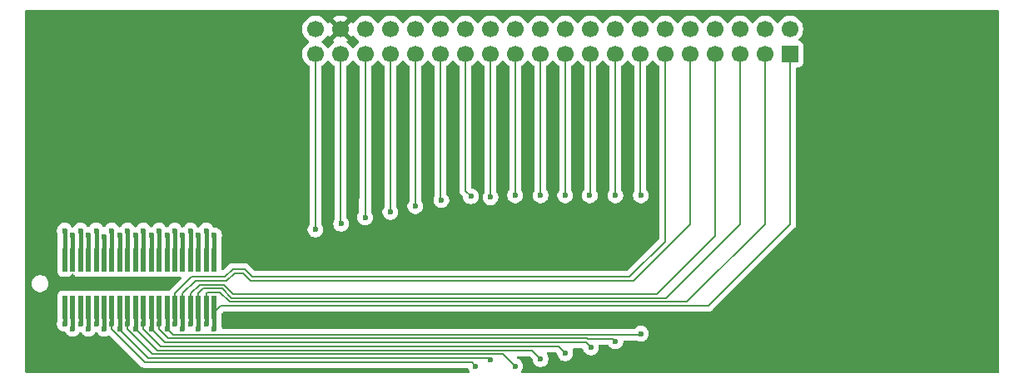
<source format=gbr>
G04 #@! TF.GenerationSoftware,KiCad,Pcbnew,9.0.1*
G04 #@! TF.CreationDate,2025-11-10T14:24:31+01:00*
G04 #@! TF.ProjectId,Debugmodul,44656275-676d-46f6-9475-6c2e6b696361,rev?*
G04 #@! TF.SameCoordinates,Original*
G04 #@! TF.FileFunction,Copper,L2,Bot*
G04 #@! TF.FilePolarity,Positive*
%FSLAX46Y46*%
G04 Gerber Fmt 4.6, Leading zero omitted, Abs format (unit mm)*
G04 Created by KiCad (PCBNEW 9.0.1) date 2025-11-10 14:24:31*
%MOMM*%
%LPD*%
G01*
G04 APERTURE LIST*
G04 #@! TA.AperFunction,ComponentPad*
%ADD10R,1.700000X1.700000*%
G04 #@! TD*
G04 #@! TA.AperFunction,ComponentPad*
%ADD11C,1.700000*%
G04 #@! TD*
G04 #@! TA.AperFunction,SMDPad,CuDef*
%ADD12R,0.500000X2.400000*%
G04 #@! TD*
G04 #@! TA.AperFunction,ViaPad*
%ADD13C,0.600000*%
G04 #@! TD*
G04 #@! TA.AperFunction,Conductor*
%ADD14C,0.200000*%
G04 #@! TD*
G04 #@! TA.AperFunction,Conductor*
%ADD15C,0.400000*%
G04 #@! TD*
G04 APERTURE END LIST*
D10*
X178260000Y-72000000D03*
D11*
X178260000Y-69460000D03*
X175720000Y-72000000D03*
X175720000Y-69460000D03*
X173180000Y-72000000D03*
X173180000Y-69460000D03*
X170640000Y-72000000D03*
X170640000Y-69460000D03*
X168100000Y-72000000D03*
X168100000Y-69460000D03*
X165560000Y-72000000D03*
X165560000Y-69460000D03*
X163020000Y-72000000D03*
X163020000Y-69460000D03*
X160480000Y-72000000D03*
X160480000Y-69460000D03*
X157940000Y-72000000D03*
X157940000Y-69460000D03*
X155400000Y-72000000D03*
X155400000Y-69460000D03*
X152860000Y-72000000D03*
X152860000Y-69460000D03*
X150320000Y-72000000D03*
X150320000Y-69460000D03*
X147780000Y-72000000D03*
X147780000Y-69460000D03*
X145240000Y-72000000D03*
X145240000Y-69460000D03*
X142700000Y-72000000D03*
X142700000Y-69460000D03*
X140160000Y-72000000D03*
X140160000Y-69460000D03*
X137620000Y-72000000D03*
X137620000Y-69460000D03*
X135080000Y-72000000D03*
X135080000Y-69460000D03*
X132540000Y-72000000D03*
X132540000Y-69460000D03*
X130000000Y-72000000D03*
X130000000Y-69460000D03*
D12*
X104500000Y-93000000D03*
X104500000Y-97800000D03*
X105300000Y-93000000D03*
X105300000Y-97800000D03*
X106100000Y-93000000D03*
X106100000Y-97800000D03*
X106900000Y-93000000D03*
X106900000Y-97800000D03*
X107700000Y-93000000D03*
X107700000Y-97800000D03*
X108500000Y-93000000D03*
X108500000Y-97800000D03*
X109300000Y-93000000D03*
X109300000Y-97800000D03*
X110100000Y-93000000D03*
X110100000Y-97800000D03*
X110900000Y-93000000D03*
X110900000Y-97800000D03*
X111700000Y-93000000D03*
X111700000Y-97800000D03*
X112500000Y-93000000D03*
X112500000Y-97800000D03*
X113300000Y-93000000D03*
X113300000Y-97800000D03*
X114100000Y-93000000D03*
X114100000Y-97800000D03*
X114900000Y-93000000D03*
X114900000Y-97800000D03*
X115700000Y-93000000D03*
X115700000Y-97800000D03*
X116500000Y-93000000D03*
X116500000Y-97800000D03*
X117300000Y-93000000D03*
X117300000Y-97800000D03*
X118100000Y-93000000D03*
X118100000Y-97800000D03*
X118900000Y-93000000D03*
X118900000Y-97800000D03*
X119700000Y-93000000D03*
X119700000Y-97800000D03*
D13*
X130000000Y-89900000D03*
X132600000Y-89300000D03*
X135050000Y-88650000D03*
X137620000Y-88100000D03*
X140160000Y-87500000D03*
X142800000Y-86900000D03*
X145800000Y-86500000D03*
X146300000Y-103800000D03*
X147800000Y-86600000D03*
X147800000Y-103200000D03*
X150300000Y-86400000D03*
X150300000Y-103800000D03*
X163100000Y-100500000D03*
X160500000Y-101300000D03*
X155400000Y-102500000D03*
X158000000Y-101900000D03*
X152900000Y-103100000D03*
X152900000Y-86400000D03*
X155400000Y-86400000D03*
X157900000Y-86400000D03*
X160500000Y-86400000D03*
X163100000Y-86400000D03*
X119700000Y-100000000D03*
X118900000Y-99500000D03*
X118100000Y-100000000D03*
X117300000Y-99500000D03*
X116500000Y-100000000D03*
X115700000Y-99500000D03*
X114900000Y-100000000D03*
X114100000Y-99500000D03*
X113300000Y-100000000D03*
X112500000Y-99500000D03*
X111700000Y-100000000D03*
X110900000Y-99500000D03*
X110100000Y-100000000D03*
X109300000Y-99500000D03*
X108500000Y-100000000D03*
X107700000Y-99500000D03*
X106900000Y-100000000D03*
X106100000Y-99500000D03*
X105300000Y-100000000D03*
X104500000Y-99500000D03*
X119700000Y-90500000D03*
X118900000Y-90000000D03*
X118100000Y-90500000D03*
X117300000Y-90000000D03*
X116500000Y-90500000D03*
X115700000Y-90000000D03*
X114900000Y-90500000D03*
X114100000Y-90000000D03*
X113300000Y-90500000D03*
X112500000Y-90000000D03*
X111700000Y-90500000D03*
X110900000Y-90000000D03*
X110100000Y-90500000D03*
X109300000Y-90000000D03*
X108500001Y-90625719D03*
X107700001Y-89998299D03*
X106900001Y-90430503D03*
X106100000Y-90000000D03*
X104500000Y-90000000D03*
X105300000Y-90500000D03*
D14*
X145900000Y-103400000D02*
X146300000Y-103800000D01*
X112650057Y-103400000D02*
X145900000Y-103400000D01*
X109300000Y-100049943D02*
X112650057Y-103400000D01*
X109300000Y-99500000D02*
X109300000Y-100049943D01*
X147600000Y-103000000D02*
X147800000Y-103200000D01*
X112950000Y-103000000D02*
X147600000Y-103000000D01*
X110100000Y-100000000D02*
X110100000Y-100150000D01*
X110100000Y-100150000D02*
X112950000Y-103000000D01*
X152000000Y-102200000D02*
X152900000Y-103100000D01*
X113900000Y-102200000D02*
X152000000Y-102200000D01*
X111700000Y-100000000D02*
X113900000Y-102200000D01*
X154700000Y-101800000D02*
X155400000Y-102500000D01*
X114250057Y-101800000D02*
X154700000Y-101800000D01*
X112500000Y-100049943D02*
X114250057Y-101800000D01*
X112500000Y-99500000D02*
X112500000Y-100049943D01*
X157500000Y-101400000D02*
X158000000Y-101900000D01*
X114700000Y-101400000D02*
X157500000Y-101400000D01*
X113300000Y-100000000D02*
X114700000Y-101400000D01*
X160200586Y-101002000D02*
X160202000Y-101002000D01*
X160199585Y-101001000D02*
X160200586Y-101002000D01*
X160202000Y-101002000D02*
X160500000Y-101300000D01*
X157666685Y-101001000D02*
X160199585Y-101001000D01*
X115050057Y-101000000D02*
X157665686Y-101000000D01*
X157665686Y-101000000D02*
X157666685Y-101001000D01*
X114100000Y-100049943D02*
X115050057Y-101000000D01*
X114100000Y-99500000D02*
X114100000Y-100049943D01*
X120377900Y-97672100D02*
X169937898Y-97672100D01*
X169937898Y-97672100D02*
X178260000Y-89349998D01*
X119700000Y-97600000D02*
X119700000Y-98350000D01*
X119700000Y-98350000D02*
X120377900Y-97672100D01*
X178260000Y-89349998D02*
X178260000Y-72040000D01*
X175720000Y-89350000D02*
X175720000Y-72040000D01*
X121271100Y-97271100D02*
X167798900Y-97271100D01*
X120300000Y-96300000D02*
X121271100Y-97271100D01*
X119000000Y-96300000D02*
X120300000Y-96300000D01*
X118900000Y-96400000D02*
X119000000Y-96300000D01*
X118900000Y-97600000D02*
X118900000Y-96400000D01*
X170640000Y-90552080D02*
X170640000Y-72040000D01*
X164720980Y-96471100D02*
X170640000Y-90552080D01*
X167798900Y-97271100D02*
X175720000Y-89350000D01*
X121655415Y-96471100D02*
X164720980Y-96471100D01*
X120684316Y-95500000D02*
X121655415Y-96471100D01*
X118200000Y-95500000D02*
X120684316Y-95500000D01*
X117300000Y-97600000D02*
X117300000Y-96400000D01*
X173180000Y-89350000D02*
X173180000Y-72040000D01*
X118600000Y-95900000D02*
X120518630Y-95900000D01*
X118100000Y-96400000D02*
X118600000Y-95900000D01*
X120518630Y-95900000D02*
X121489730Y-96871100D01*
X117300000Y-96400000D02*
X118200000Y-95500000D01*
X165658900Y-96871100D02*
X173180000Y-89350000D01*
X121489730Y-96871100D02*
X165658900Y-96871100D01*
X118100000Y-97600000D02*
X118100000Y-96400000D01*
X130000000Y-89900000D02*
X130000000Y-72040000D01*
X132540000Y-89240000D02*
X132540000Y-72040000D01*
X132600000Y-89300000D02*
X132540000Y-89240000D01*
X135080000Y-86780000D02*
X135080000Y-72040000D01*
X135050000Y-86810000D02*
X135080000Y-86780000D01*
X135050000Y-88650000D02*
X135050000Y-86810000D01*
X137620000Y-88100000D02*
X137620000Y-72040000D01*
X140160000Y-87500000D02*
X140160000Y-72040000D01*
X165560000Y-91100000D02*
X165560000Y-72040000D01*
X123581864Y-94700000D02*
X161960000Y-94700000D01*
X121590237Y-93927900D02*
X122809764Y-93927900D01*
X161960000Y-94700000D02*
X165560000Y-91100000D01*
X117400000Y-94700000D02*
X120818136Y-94700000D01*
X120818136Y-94700000D02*
X121590237Y-93927900D01*
X122809764Y-93927900D02*
X123581864Y-94700000D01*
X115700000Y-97600000D02*
X115700000Y-96400000D01*
X115700000Y-96400000D02*
X117400000Y-94700000D01*
X162350000Y-95100000D02*
X168100000Y-89350000D01*
X120983822Y-95100000D02*
X121755922Y-94327900D01*
X116500000Y-96400000D02*
X117800000Y-95100000D01*
X123416178Y-95100000D02*
X162350000Y-95100000D01*
X122644078Y-94327900D02*
X123416178Y-95100000D01*
X116500000Y-97600000D02*
X116500000Y-96400000D01*
X121755922Y-94327900D02*
X122644078Y-94327900D01*
X117800000Y-95100000D02*
X120983822Y-95100000D01*
X168100000Y-89350000D02*
X168100000Y-72040000D01*
X142700000Y-86800000D02*
X142700000Y-72040000D01*
X142800000Y-86900000D02*
X142700000Y-86800000D01*
X145240000Y-85940000D02*
X145240000Y-72040000D01*
X145800000Y-86500000D02*
X145240000Y-85940000D01*
X147780000Y-86580000D02*
X147780000Y-72040000D01*
X147800000Y-86600000D02*
X147780000Y-86580000D01*
X149100000Y-102600000D02*
X150300000Y-103800000D01*
X110900000Y-100049943D02*
X113450057Y-102600000D01*
X110900000Y-99500000D02*
X110900000Y-100049943D01*
X113450057Y-102600000D02*
X149100000Y-102600000D01*
X115500000Y-100600000D02*
X116165686Y-100600000D01*
X114900000Y-100000000D02*
X115500000Y-100600000D01*
X150320000Y-86380000D02*
X150320000Y-72040000D01*
X150300000Y-86400000D02*
X150320000Y-86380000D01*
X152860000Y-86360000D02*
X152860000Y-72040000D01*
X152900000Y-86400000D02*
X152860000Y-86360000D01*
X155400000Y-86400000D02*
X155400000Y-72040000D01*
X157940000Y-86360000D02*
X157940000Y-72040000D01*
X157900000Y-86400000D02*
X157940000Y-86360000D01*
X160480000Y-86380000D02*
X160480000Y-72040000D01*
X160500000Y-86400000D02*
X160480000Y-86380000D01*
X163100000Y-86400000D02*
X163020000Y-86320000D01*
X163020000Y-86320000D02*
X163020000Y-72040000D01*
D15*
X118900000Y-97600000D02*
X118900000Y-99500000D01*
X118100000Y-97600000D02*
X118100000Y-100000000D01*
X117300000Y-97600000D02*
X117300000Y-99500000D01*
X116500000Y-97600000D02*
X116500000Y-100000000D01*
X115700000Y-97600000D02*
X115700000Y-99500000D01*
X114900000Y-97600000D02*
X114900000Y-100000000D01*
X114100000Y-97600000D02*
X114100000Y-99500000D01*
X113300000Y-97600000D02*
X113300000Y-100000000D01*
X112500000Y-97600000D02*
X112500000Y-99500000D01*
X111700000Y-97600000D02*
X111700000Y-100000000D01*
X110900000Y-97600000D02*
X110900000Y-99500000D01*
X110100000Y-97600000D02*
X110100000Y-100000000D01*
X109300000Y-97600000D02*
X109300000Y-99500000D01*
X108500000Y-97600000D02*
X108500000Y-100000000D01*
X107700000Y-97600000D02*
X107700000Y-99500000D01*
X106900000Y-97600000D02*
X106900000Y-100000000D01*
X106100000Y-97600000D02*
X106100000Y-99500000D01*
X105300000Y-97600000D02*
X105300000Y-100000000D01*
X104500000Y-97600000D02*
X104500000Y-99500000D01*
X119700000Y-93200000D02*
X119700000Y-90500000D01*
X118900000Y-93200000D02*
X118900000Y-90000000D01*
X118100000Y-93200000D02*
X118100000Y-90500000D01*
X117300000Y-93200000D02*
X117300000Y-90000000D01*
X116500000Y-93200000D02*
X116500000Y-90500000D01*
X115700000Y-93200000D02*
X115700000Y-90000000D01*
X114900000Y-93200000D02*
X114900000Y-90500000D01*
X114100000Y-93200000D02*
X114100000Y-90000000D01*
X113300000Y-93200000D02*
X113300000Y-90500000D01*
X112500000Y-93200000D02*
X112500000Y-90000000D01*
X111700000Y-93200000D02*
X111700000Y-90500000D01*
X110900000Y-93200000D02*
X110900000Y-90000000D01*
X110100000Y-93200000D02*
X110100000Y-90500000D01*
X109300000Y-93200000D02*
X109300000Y-90000000D01*
X108500000Y-93200000D02*
X108500001Y-90625719D01*
X107700000Y-93200000D02*
X107700001Y-89998299D01*
X106900000Y-93200000D02*
X106900001Y-90430503D01*
X106100000Y-93200000D02*
X106100000Y-90000000D01*
X104500000Y-93200000D02*
X104500000Y-90000000D01*
X105300000Y-93200000D02*
X105300000Y-90500000D01*
X119700000Y-97600000D02*
X119700000Y-100000000D01*
D14*
X162999000Y-100601000D02*
X163100000Y-100500000D01*
X160366685Y-100601000D02*
X162999000Y-100601000D01*
X160365686Y-100600000D02*
X160366685Y-100601000D01*
X116165686Y-100600000D02*
X160365686Y-100600000D01*
G04 #@! TA.AperFunction,Conductor*
G36*
X199442539Y-67520185D02*
G01*
X199488294Y-67572989D01*
X199499500Y-67624500D01*
X199499500Y-104375500D01*
X199479815Y-104442539D01*
X199427011Y-104488294D01*
X199375500Y-104499500D01*
X151027350Y-104499500D01*
X150960311Y-104479815D01*
X150914556Y-104427011D01*
X150904612Y-104357853D01*
X150924248Y-104306609D01*
X151009390Y-104179185D01*
X151009390Y-104179184D01*
X151009394Y-104179179D01*
X151069737Y-104033497D01*
X151100500Y-103878842D01*
X151100500Y-103721158D01*
X151100500Y-103721155D01*
X151100499Y-103721153D01*
X151078447Y-103610292D01*
X151069737Y-103566503D01*
X151033569Y-103479185D01*
X151009397Y-103420827D01*
X151009390Y-103420814D01*
X150921789Y-103289711D01*
X150921786Y-103289707D01*
X150810292Y-103178213D01*
X150810288Y-103178210D01*
X150679185Y-103090609D01*
X150679172Y-103090602D01*
X150554738Y-103039061D01*
X150500334Y-102995221D01*
X150478269Y-102928926D01*
X150495548Y-102861227D01*
X150546685Y-102813616D01*
X150602190Y-102800500D01*
X151699903Y-102800500D01*
X151766942Y-102820185D01*
X151787584Y-102836819D01*
X152065425Y-103114660D01*
X152098910Y-103175983D01*
X152099361Y-103178149D01*
X152130261Y-103333491D01*
X152130264Y-103333501D01*
X152190602Y-103479172D01*
X152190609Y-103479185D01*
X152278210Y-103610288D01*
X152278213Y-103610292D01*
X152389707Y-103721786D01*
X152389711Y-103721789D01*
X152520814Y-103809390D01*
X152520827Y-103809397D01*
X152615799Y-103848735D01*
X152666503Y-103869737D01*
X152813119Y-103898901D01*
X152821153Y-103900499D01*
X152821156Y-103900500D01*
X152821158Y-103900500D01*
X152978844Y-103900500D01*
X152978845Y-103900499D01*
X153133497Y-103869737D01*
X153279179Y-103809394D01*
X153410289Y-103721789D01*
X153521789Y-103610289D01*
X153609394Y-103479179D01*
X153669737Y-103333497D01*
X153700500Y-103178842D01*
X153700500Y-103021158D01*
X153700500Y-103021155D01*
X153700499Y-103021153D01*
X153682154Y-102928926D01*
X153669737Y-102866503D01*
X153642398Y-102800500D01*
X153609397Y-102720827D01*
X153609390Y-102720814D01*
X153524248Y-102593391D01*
X153503370Y-102526714D01*
X153521854Y-102459334D01*
X153573833Y-102412643D01*
X153627350Y-102400500D01*
X154399903Y-102400500D01*
X154429343Y-102409144D01*
X154459330Y-102415668D01*
X154464345Y-102419422D01*
X154466942Y-102420185D01*
X154487584Y-102436819D01*
X154565425Y-102514660D01*
X154598910Y-102575983D01*
X154599361Y-102578149D01*
X154630261Y-102733491D01*
X154630264Y-102733501D01*
X154690602Y-102879172D01*
X154690609Y-102879185D01*
X154778210Y-103010288D01*
X154778213Y-103010292D01*
X154889707Y-103121786D01*
X154889711Y-103121789D01*
X155020814Y-103209390D01*
X155020827Y-103209397D01*
X155166498Y-103269735D01*
X155166503Y-103269737D01*
X155320193Y-103300308D01*
X155321153Y-103300499D01*
X155321156Y-103300500D01*
X155321158Y-103300500D01*
X155478844Y-103300500D01*
X155478845Y-103300499D01*
X155633497Y-103269737D01*
X155779179Y-103209394D01*
X155910289Y-103121789D01*
X156021789Y-103010289D01*
X156109394Y-102879179D01*
X156169737Y-102733497D01*
X156200500Y-102578842D01*
X156200500Y-102421158D01*
X156200500Y-102421155D01*
X156200499Y-102421153D01*
X156196391Y-102400500D01*
X156169737Y-102266503D01*
X156130572Y-102171951D01*
X156123104Y-102102483D01*
X156154379Y-102040004D01*
X156214468Y-102004352D01*
X156245134Y-102000500D01*
X157102044Y-102000500D01*
X157169083Y-102020185D01*
X157214838Y-102072989D01*
X157223661Y-102100309D01*
X157230261Y-102133489D01*
X157230264Y-102133501D01*
X157290602Y-102279172D01*
X157290609Y-102279185D01*
X157378210Y-102410288D01*
X157378213Y-102410292D01*
X157489707Y-102521786D01*
X157489711Y-102521789D01*
X157620814Y-102609390D01*
X157620827Y-102609397D01*
X157766498Y-102669735D01*
X157766503Y-102669737D01*
X157921153Y-102700499D01*
X157921156Y-102700500D01*
X157921158Y-102700500D01*
X158078844Y-102700500D01*
X158078845Y-102700499D01*
X158233497Y-102669737D01*
X158379179Y-102609394D01*
X158510289Y-102521789D01*
X158621789Y-102410289D01*
X158709394Y-102279179D01*
X158769737Y-102133497D01*
X158800500Y-101978842D01*
X158800500Y-101821158D01*
X158800500Y-101821155D01*
X158800499Y-101821153D01*
X158786285Y-101749691D01*
X158792512Y-101680100D01*
X158835375Y-101624922D01*
X158901265Y-101601678D01*
X158907902Y-101601500D01*
X159675576Y-101601500D01*
X159742615Y-101621185D01*
X159788370Y-101673989D01*
X159790135Y-101678042D01*
X159790603Y-101679173D01*
X159790609Y-101679184D01*
X159878210Y-101810289D01*
X159989707Y-101921786D01*
X159989711Y-101921789D01*
X160120814Y-102009390D01*
X160120827Y-102009397D01*
X160266498Y-102069735D01*
X160266503Y-102069737D01*
X160420198Y-102100309D01*
X160421153Y-102100499D01*
X160421156Y-102100500D01*
X160421158Y-102100500D01*
X160578844Y-102100500D01*
X160578845Y-102100499D01*
X160733497Y-102069737D01*
X160879179Y-102009394D01*
X161010289Y-101921789D01*
X161121789Y-101810289D01*
X161209394Y-101679179D01*
X161269737Y-101533497D01*
X161300500Y-101378842D01*
X161300500Y-101325500D01*
X161320185Y-101258461D01*
X161372989Y-101212706D01*
X161424500Y-101201500D01*
X162677098Y-101201500D01*
X162724550Y-101210939D01*
X162839280Y-101258461D01*
X162866503Y-101269737D01*
X163021153Y-101300499D01*
X163021156Y-101300500D01*
X163021158Y-101300500D01*
X163178844Y-101300500D01*
X163178845Y-101300499D01*
X163333497Y-101269737D01*
X163479179Y-101209394D01*
X163610289Y-101121789D01*
X163721789Y-101010289D01*
X163809394Y-100879179D01*
X163869737Y-100733497D01*
X163900500Y-100578842D01*
X163900500Y-100421158D01*
X163900500Y-100421155D01*
X163900499Y-100421153D01*
X163892150Y-100379179D01*
X163869737Y-100266503D01*
X163809794Y-100121786D01*
X163809397Y-100120827D01*
X163809390Y-100120814D01*
X163721789Y-99989711D01*
X163721786Y-99989707D01*
X163610292Y-99878213D01*
X163610288Y-99878210D01*
X163479185Y-99790609D01*
X163479172Y-99790602D01*
X163333501Y-99730264D01*
X163333489Y-99730261D01*
X163178845Y-99699500D01*
X163178842Y-99699500D01*
X163021158Y-99699500D01*
X163021155Y-99699500D01*
X162866510Y-99730261D01*
X162866498Y-99730264D01*
X162720827Y-99790602D01*
X162720814Y-99790609D01*
X162589711Y-99878210D01*
X162589707Y-99878213D01*
X162503740Y-99964181D01*
X162442417Y-99997666D01*
X162416059Y-100000500D01*
X160460498Y-100000500D01*
X160444838Y-99999500D01*
X160444743Y-99999500D01*
X160366987Y-99999500D01*
X160279220Y-99999456D01*
X160278549Y-99999500D01*
X120617848Y-99999500D01*
X120550809Y-99979815D01*
X120505054Y-99927011D01*
X120496231Y-99899692D01*
X120469738Y-99766508D01*
X120469737Y-99766507D01*
X120469737Y-99766503D01*
X120456062Y-99733489D01*
X120409939Y-99622136D01*
X120400500Y-99574684D01*
X120400500Y-99246728D01*
X120408318Y-99203394D01*
X120444091Y-99107483D01*
X120450500Y-99047873D01*
X120450499Y-98500096D01*
X120459144Y-98470651D01*
X120465667Y-98440670D01*
X120469420Y-98435656D01*
X120470183Y-98433058D01*
X120486812Y-98412421D01*
X120590317Y-98308917D01*
X120651639Y-98275434D01*
X120677997Y-98272600D01*
X169851229Y-98272600D01*
X169851245Y-98272601D01*
X169858841Y-98272601D01*
X170016952Y-98272601D01*
X170016955Y-98272601D01*
X170169683Y-98231677D01*
X170223683Y-98200500D01*
X170223684Y-98200500D01*
X170306607Y-98152624D01*
X170306606Y-98152624D01*
X170306614Y-98152620D01*
X170418418Y-98040816D01*
X170418418Y-98040814D01*
X170428622Y-98030611D01*
X170428625Y-98030606D01*
X178740520Y-89718714D01*
X178819577Y-89581782D01*
X178860501Y-89429055D01*
X178860501Y-89270940D01*
X178860501Y-89270938D01*
X178860501Y-89263338D01*
X178860500Y-89263327D01*
X178860500Y-73474499D01*
X178880185Y-73407460D01*
X178932989Y-73361705D01*
X178984500Y-73350499D01*
X179157871Y-73350499D01*
X179157872Y-73350499D01*
X179217483Y-73344091D01*
X179352331Y-73293796D01*
X179467546Y-73207546D01*
X179553796Y-73092331D01*
X179604091Y-72957483D01*
X179610500Y-72897873D01*
X179610499Y-71102128D01*
X179604091Y-71042517D01*
X179602810Y-71039083D01*
X179553797Y-70907671D01*
X179553793Y-70907664D01*
X179467547Y-70792455D01*
X179467544Y-70792452D01*
X179352335Y-70706206D01*
X179352328Y-70706202D01*
X179220917Y-70657189D01*
X179164983Y-70615318D01*
X179140566Y-70549853D01*
X179155418Y-70481580D01*
X179176563Y-70453332D01*
X179290104Y-70339792D01*
X179415051Y-70167816D01*
X179511557Y-69978412D01*
X179577246Y-69776243D01*
X179610500Y-69566287D01*
X179610500Y-69353713D01*
X179577246Y-69143757D01*
X179511557Y-68941588D01*
X179415051Y-68752184D01*
X179415049Y-68752181D01*
X179415048Y-68752179D01*
X179290109Y-68580213D01*
X179139786Y-68429890D01*
X178967820Y-68304951D01*
X178778414Y-68208444D01*
X178778413Y-68208443D01*
X178778412Y-68208443D01*
X178576243Y-68142754D01*
X178576241Y-68142753D01*
X178576240Y-68142753D01*
X178414957Y-68117208D01*
X178366287Y-68109500D01*
X178153713Y-68109500D01*
X178105042Y-68117208D01*
X177943760Y-68142753D01*
X177741585Y-68208444D01*
X177552179Y-68304951D01*
X177380213Y-68429890D01*
X177229890Y-68580213D01*
X177104949Y-68752182D01*
X177100484Y-68760946D01*
X177052509Y-68811742D01*
X176984688Y-68828536D01*
X176918553Y-68805998D01*
X176879516Y-68760946D01*
X176875050Y-68752182D01*
X176750109Y-68580213D01*
X176599786Y-68429890D01*
X176427820Y-68304951D01*
X176238414Y-68208444D01*
X176238413Y-68208443D01*
X176238412Y-68208443D01*
X176036243Y-68142754D01*
X176036241Y-68142753D01*
X176036240Y-68142753D01*
X175874957Y-68117208D01*
X175826287Y-68109500D01*
X175613713Y-68109500D01*
X175565042Y-68117208D01*
X175403760Y-68142753D01*
X175201585Y-68208444D01*
X175012179Y-68304951D01*
X174840213Y-68429890D01*
X174689890Y-68580213D01*
X174564949Y-68752182D01*
X174560484Y-68760946D01*
X174512509Y-68811742D01*
X174444688Y-68828536D01*
X174378553Y-68805998D01*
X174339516Y-68760946D01*
X174335050Y-68752182D01*
X174210109Y-68580213D01*
X174059786Y-68429890D01*
X173887820Y-68304951D01*
X173698414Y-68208444D01*
X173698413Y-68208443D01*
X173698412Y-68208443D01*
X173496243Y-68142754D01*
X173496241Y-68142753D01*
X173496240Y-68142753D01*
X173334957Y-68117208D01*
X173286287Y-68109500D01*
X173073713Y-68109500D01*
X173025042Y-68117208D01*
X172863760Y-68142753D01*
X172661585Y-68208444D01*
X172472179Y-68304951D01*
X172300213Y-68429890D01*
X172149890Y-68580213D01*
X172024949Y-68752182D01*
X172020484Y-68760946D01*
X171972509Y-68811742D01*
X171904688Y-68828536D01*
X171838553Y-68805998D01*
X171799516Y-68760946D01*
X171795050Y-68752182D01*
X171670109Y-68580213D01*
X171519786Y-68429890D01*
X171347820Y-68304951D01*
X171158414Y-68208444D01*
X171158413Y-68208443D01*
X171158412Y-68208443D01*
X170956243Y-68142754D01*
X170956241Y-68142753D01*
X170956240Y-68142753D01*
X170794957Y-68117208D01*
X170746287Y-68109500D01*
X170533713Y-68109500D01*
X170485042Y-68117208D01*
X170323760Y-68142753D01*
X170121585Y-68208444D01*
X169932179Y-68304951D01*
X169760213Y-68429890D01*
X169609890Y-68580213D01*
X169484949Y-68752182D01*
X169480484Y-68760946D01*
X169432509Y-68811742D01*
X169364688Y-68828536D01*
X169298553Y-68805998D01*
X169259516Y-68760946D01*
X169255050Y-68752182D01*
X169130109Y-68580213D01*
X168979786Y-68429890D01*
X168807820Y-68304951D01*
X168618414Y-68208444D01*
X168618413Y-68208443D01*
X168618412Y-68208443D01*
X168416243Y-68142754D01*
X168416241Y-68142753D01*
X168416240Y-68142753D01*
X168254957Y-68117208D01*
X168206287Y-68109500D01*
X167993713Y-68109500D01*
X167945042Y-68117208D01*
X167783760Y-68142753D01*
X167581585Y-68208444D01*
X167392179Y-68304951D01*
X167220213Y-68429890D01*
X167069890Y-68580213D01*
X166944949Y-68752182D01*
X166940484Y-68760946D01*
X166892509Y-68811742D01*
X166824688Y-68828536D01*
X166758553Y-68805998D01*
X166719516Y-68760946D01*
X166715050Y-68752182D01*
X166590109Y-68580213D01*
X166439786Y-68429890D01*
X166267820Y-68304951D01*
X166078414Y-68208444D01*
X166078413Y-68208443D01*
X166078412Y-68208443D01*
X165876243Y-68142754D01*
X165876241Y-68142753D01*
X165876240Y-68142753D01*
X165714957Y-68117208D01*
X165666287Y-68109500D01*
X165453713Y-68109500D01*
X165405042Y-68117208D01*
X165243760Y-68142753D01*
X165041585Y-68208444D01*
X164852179Y-68304951D01*
X164680213Y-68429890D01*
X164529890Y-68580213D01*
X164404949Y-68752182D01*
X164400484Y-68760946D01*
X164352509Y-68811742D01*
X164284688Y-68828536D01*
X164218553Y-68805998D01*
X164179516Y-68760946D01*
X164175050Y-68752182D01*
X164050109Y-68580213D01*
X163899786Y-68429890D01*
X163727820Y-68304951D01*
X163538414Y-68208444D01*
X163538413Y-68208443D01*
X163538412Y-68208443D01*
X163336243Y-68142754D01*
X163336241Y-68142753D01*
X163336240Y-68142753D01*
X163174957Y-68117208D01*
X163126287Y-68109500D01*
X162913713Y-68109500D01*
X162865042Y-68117208D01*
X162703760Y-68142753D01*
X162501585Y-68208444D01*
X162312179Y-68304951D01*
X162140213Y-68429890D01*
X161989890Y-68580213D01*
X161864949Y-68752182D01*
X161860484Y-68760946D01*
X161812509Y-68811742D01*
X161744688Y-68828536D01*
X161678553Y-68805998D01*
X161639516Y-68760946D01*
X161635050Y-68752182D01*
X161510109Y-68580213D01*
X161359786Y-68429890D01*
X161187820Y-68304951D01*
X160998414Y-68208444D01*
X160998413Y-68208443D01*
X160998412Y-68208443D01*
X160796243Y-68142754D01*
X160796241Y-68142753D01*
X160796240Y-68142753D01*
X160634957Y-68117208D01*
X160586287Y-68109500D01*
X160373713Y-68109500D01*
X160325042Y-68117208D01*
X160163760Y-68142753D01*
X159961585Y-68208444D01*
X159772179Y-68304951D01*
X159600213Y-68429890D01*
X159449890Y-68580213D01*
X159324949Y-68752182D01*
X159320484Y-68760946D01*
X159272509Y-68811742D01*
X159204688Y-68828536D01*
X159138553Y-68805998D01*
X159099516Y-68760946D01*
X159095050Y-68752182D01*
X158970109Y-68580213D01*
X158819786Y-68429890D01*
X158647820Y-68304951D01*
X158458414Y-68208444D01*
X158458413Y-68208443D01*
X158458412Y-68208443D01*
X158256243Y-68142754D01*
X158256241Y-68142753D01*
X158256240Y-68142753D01*
X158094957Y-68117208D01*
X158046287Y-68109500D01*
X157833713Y-68109500D01*
X157785042Y-68117208D01*
X157623760Y-68142753D01*
X157421585Y-68208444D01*
X157232179Y-68304951D01*
X157060213Y-68429890D01*
X156909890Y-68580213D01*
X156784949Y-68752182D01*
X156780484Y-68760946D01*
X156732509Y-68811742D01*
X156664688Y-68828536D01*
X156598553Y-68805998D01*
X156559516Y-68760946D01*
X156555050Y-68752182D01*
X156430109Y-68580213D01*
X156279786Y-68429890D01*
X156107820Y-68304951D01*
X155918414Y-68208444D01*
X155918413Y-68208443D01*
X155918412Y-68208443D01*
X155716243Y-68142754D01*
X155716241Y-68142753D01*
X155716240Y-68142753D01*
X155554957Y-68117208D01*
X155506287Y-68109500D01*
X155293713Y-68109500D01*
X155245042Y-68117208D01*
X155083760Y-68142753D01*
X154881585Y-68208444D01*
X154692179Y-68304951D01*
X154520213Y-68429890D01*
X154369890Y-68580213D01*
X154244949Y-68752182D01*
X154240484Y-68760946D01*
X154192509Y-68811742D01*
X154124688Y-68828536D01*
X154058553Y-68805998D01*
X154019516Y-68760946D01*
X154015050Y-68752182D01*
X153890109Y-68580213D01*
X153739786Y-68429890D01*
X153567820Y-68304951D01*
X153378414Y-68208444D01*
X153378413Y-68208443D01*
X153378412Y-68208443D01*
X153176243Y-68142754D01*
X153176241Y-68142753D01*
X153176240Y-68142753D01*
X153014957Y-68117208D01*
X152966287Y-68109500D01*
X152753713Y-68109500D01*
X152705042Y-68117208D01*
X152543760Y-68142753D01*
X152341585Y-68208444D01*
X152152179Y-68304951D01*
X151980213Y-68429890D01*
X151829890Y-68580213D01*
X151704949Y-68752182D01*
X151700484Y-68760946D01*
X151652509Y-68811742D01*
X151584688Y-68828536D01*
X151518553Y-68805998D01*
X151479516Y-68760946D01*
X151475050Y-68752182D01*
X151350109Y-68580213D01*
X151199786Y-68429890D01*
X151027820Y-68304951D01*
X150838414Y-68208444D01*
X150838413Y-68208443D01*
X150838412Y-68208443D01*
X150636243Y-68142754D01*
X150636241Y-68142753D01*
X150636240Y-68142753D01*
X150474957Y-68117208D01*
X150426287Y-68109500D01*
X150213713Y-68109500D01*
X150165042Y-68117208D01*
X150003760Y-68142753D01*
X149801585Y-68208444D01*
X149612179Y-68304951D01*
X149440213Y-68429890D01*
X149289890Y-68580213D01*
X149164949Y-68752182D01*
X149160484Y-68760946D01*
X149112509Y-68811742D01*
X149044688Y-68828536D01*
X148978553Y-68805998D01*
X148939516Y-68760946D01*
X148935050Y-68752182D01*
X148810109Y-68580213D01*
X148659786Y-68429890D01*
X148487820Y-68304951D01*
X148298414Y-68208444D01*
X148298413Y-68208443D01*
X148298412Y-68208443D01*
X148096243Y-68142754D01*
X148096241Y-68142753D01*
X148096240Y-68142753D01*
X147934957Y-68117208D01*
X147886287Y-68109500D01*
X147673713Y-68109500D01*
X147625042Y-68117208D01*
X147463760Y-68142753D01*
X147261585Y-68208444D01*
X147072179Y-68304951D01*
X146900213Y-68429890D01*
X146749890Y-68580213D01*
X146624949Y-68752182D01*
X146620484Y-68760946D01*
X146572509Y-68811742D01*
X146504688Y-68828536D01*
X146438553Y-68805998D01*
X146399516Y-68760946D01*
X146395050Y-68752182D01*
X146270109Y-68580213D01*
X146119786Y-68429890D01*
X145947820Y-68304951D01*
X145758414Y-68208444D01*
X145758413Y-68208443D01*
X145758412Y-68208443D01*
X145556243Y-68142754D01*
X145556241Y-68142753D01*
X145556240Y-68142753D01*
X145394957Y-68117208D01*
X145346287Y-68109500D01*
X145133713Y-68109500D01*
X145085042Y-68117208D01*
X144923760Y-68142753D01*
X144721585Y-68208444D01*
X144532179Y-68304951D01*
X144360213Y-68429890D01*
X144209890Y-68580213D01*
X144084949Y-68752182D01*
X144080484Y-68760946D01*
X144032509Y-68811742D01*
X143964688Y-68828536D01*
X143898553Y-68805998D01*
X143859516Y-68760946D01*
X143855050Y-68752182D01*
X143730109Y-68580213D01*
X143579786Y-68429890D01*
X143407820Y-68304951D01*
X143218414Y-68208444D01*
X143218413Y-68208443D01*
X143218412Y-68208443D01*
X143016243Y-68142754D01*
X143016241Y-68142753D01*
X143016240Y-68142753D01*
X142854957Y-68117208D01*
X142806287Y-68109500D01*
X142593713Y-68109500D01*
X142545042Y-68117208D01*
X142383760Y-68142753D01*
X142181585Y-68208444D01*
X141992179Y-68304951D01*
X141820213Y-68429890D01*
X141669890Y-68580213D01*
X141544949Y-68752182D01*
X141540484Y-68760946D01*
X141492509Y-68811742D01*
X141424688Y-68828536D01*
X141358553Y-68805998D01*
X141319516Y-68760946D01*
X141315050Y-68752182D01*
X141190109Y-68580213D01*
X141039786Y-68429890D01*
X140867820Y-68304951D01*
X140678414Y-68208444D01*
X140678413Y-68208443D01*
X140678412Y-68208443D01*
X140476243Y-68142754D01*
X140476241Y-68142753D01*
X140476240Y-68142753D01*
X140314957Y-68117208D01*
X140266287Y-68109500D01*
X140053713Y-68109500D01*
X140005042Y-68117208D01*
X139843760Y-68142753D01*
X139641585Y-68208444D01*
X139452179Y-68304951D01*
X139280213Y-68429890D01*
X139129890Y-68580213D01*
X139004949Y-68752182D01*
X139000484Y-68760946D01*
X138952509Y-68811742D01*
X138884688Y-68828536D01*
X138818553Y-68805998D01*
X138779516Y-68760946D01*
X138775050Y-68752182D01*
X138650109Y-68580213D01*
X138499786Y-68429890D01*
X138327820Y-68304951D01*
X138138414Y-68208444D01*
X138138413Y-68208443D01*
X138138412Y-68208443D01*
X137936243Y-68142754D01*
X137936241Y-68142753D01*
X137936240Y-68142753D01*
X137774957Y-68117208D01*
X137726287Y-68109500D01*
X137513713Y-68109500D01*
X137465042Y-68117208D01*
X137303760Y-68142753D01*
X137101585Y-68208444D01*
X136912179Y-68304951D01*
X136740213Y-68429890D01*
X136589890Y-68580213D01*
X136464949Y-68752182D01*
X136460484Y-68760946D01*
X136412509Y-68811742D01*
X136344688Y-68828536D01*
X136278553Y-68805998D01*
X136239516Y-68760946D01*
X136235050Y-68752182D01*
X136110109Y-68580213D01*
X135959786Y-68429890D01*
X135787820Y-68304951D01*
X135598414Y-68208444D01*
X135598413Y-68208443D01*
X135598412Y-68208443D01*
X135396243Y-68142754D01*
X135396241Y-68142753D01*
X135396240Y-68142753D01*
X135234957Y-68117208D01*
X135186287Y-68109500D01*
X134973713Y-68109500D01*
X134925042Y-68117208D01*
X134763760Y-68142753D01*
X134561585Y-68208444D01*
X134372179Y-68304951D01*
X134200213Y-68429890D01*
X134049890Y-68580213D01*
X133924949Y-68752182D01*
X133920202Y-68761499D01*
X133872227Y-68812293D01*
X133804405Y-68829087D01*
X133738271Y-68806548D01*
X133699234Y-68761495D01*
X133694626Y-68752452D01*
X133655270Y-68698282D01*
X133655269Y-68698282D01*
X133022962Y-69330590D01*
X133005925Y-69267007D01*
X132940099Y-69152993D01*
X132847007Y-69059901D01*
X132732993Y-68994075D01*
X132669409Y-68977037D01*
X133301716Y-68344728D01*
X133247550Y-68305375D01*
X133058217Y-68208904D01*
X132856129Y-68143242D01*
X132646246Y-68110000D01*
X132433754Y-68110000D01*
X132223872Y-68143242D01*
X132223869Y-68143242D01*
X132021782Y-68208904D01*
X131832439Y-68305380D01*
X131778282Y-68344727D01*
X131778282Y-68344728D01*
X132410591Y-68977037D01*
X132347007Y-68994075D01*
X132232993Y-69059901D01*
X132139901Y-69152993D01*
X132074075Y-69267007D01*
X132057037Y-69330591D01*
X131424728Y-68698282D01*
X131424727Y-68698282D01*
X131385380Y-68752440D01*
X131385376Y-68752446D01*
X131380760Y-68761505D01*
X131332781Y-68812297D01*
X131264959Y-68829087D01*
X131198826Y-68806543D01*
X131159794Y-68761493D01*
X131155051Y-68752184D01*
X131155049Y-68752181D01*
X131155048Y-68752179D01*
X131030109Y-68580213D01*
X130879786Y-68429890D01*
X130707820Y-68304951D01*
X130518414Y-68208444D01*
X130518413Y-68208443D01*
X130518412Y-68208443D01*
X130316243Y-68142754D01*
X130316241Y-68142753D01*
X130316240Y-68142753D01*
X130154957Y-68117208D01*
X130106287Y-68109500D01*
X129893713Y-68109500D01*
X129845042Y-68117208D01*
X129683760Y-68142753D01*
X129481585Y-68208444D01*
X129292179Y-68304951D01*
X129120213Y-68429890D01*
X128969890Y-68580213D01*
X128844951Y-68752179D01*
X128748444Y-68941585D01*
X128682753Y-69143760D01*
X128649500Y-69353713D01*
X128649500Y-69566286D01*
X128682753Y-69776239D01*
X128748444Y-69978414D01*
X128844951Y-70167820D01*
X128969890Y-70339786D01*
X129120213Y-70490109D01*
X129292182Y-70615050D01*
X129300946Y-70619516D01*
X129351742Y-70667491D01*
X129368536Y-70735312D01*
X129345998Y-70801447D01*
X129300946Y-70840484D01*
X129292182Y-70844949D01*
X129120213Y-70969890D01*
X128969890Y-71120213D01*
X128844951Y-71292179D01*
X128748444Y-71481585D01*
X128682753Y-71683760D01*
X128649500Y-71893713D01*
X128649500Y-72106286D01*
X128682753Y-72316239D01*
X128748444Y-72518414D01*
X128844951Y-72707820D01*
X128969890Y-72879786D01*
X129120213Y-73030109D01*
X129292184Y-73155051D01*
X129292184Y-73155052D01*
X129331793Y-73175233D01*
X129382590Y-73223206D01*
X129399500Y-73285718D01*
X129399500Y-89320234D01*
X129379815Y-89387273D01*
X129378602Y-89389125D01*
X129290609Y-89520814D01*
X129290602Y-89520827D01*
X129230264Y-89666498D01*
X129230261Y-89666510D01*
X129199500Y-89821153D01*
X129199500Y-89978846D01*
X129230261Y-90133489D01*
X129230264Y-90133501D01*
X129290602Y-90279172D01*
X129290609Y-90279185D01*
X129378210Y-90410288D01*
X129378213Y-90410292D01*
X129489707Y-90521786D01*
X129489711Y-90521789D01*
X129620814Y-90609390D01*
X129620827Y-90609397D01*
X129766498Y-90669735D01*
X129766503Y-90669737D01*
X129921153Y-90700499D01*
X129921156Y-90700500D01*
X129921158Y-90700500D01*
X130078844Y-90700500D01*
X130078845Y-90700499D01*
X130233497Y-90669737D01*
X130379179Y-90609394D01*
X130510289Y-90521789D01*
X130621789Y-90410289D01*
X130709394Y-90279179D01*
X130769737Y-90133497D01*
X130800500Y-89978842D01*
X130800500Y-89821158D01*
X130800500Y-89821155D01*
X130800499Y-89821153D01*
X130780123Y-89718716D01*
X130769737Y-89666503D01*
X130755224Y-89631466D01*
X130709397Y-89520827D01*
X130709390Y-89520814D01*
X130621398Y-89389125D01*
X130600520Y-89322447D01*
X130600500Y-89320234D01*
X130600500Y-73285718D01*
X130620185Y-73218679D01*
X130668207Y-73175233D01*
X130707815Y-73155052D01*
X130707815Y-73155051D01*
X130707816Y-73155051D01*
X130799193Y-73088661D01*
X130879786Y-73030109D01*
X130879788Y-73030106D01*
X130879792Y-73030104D01*
X131030104Y-72879792D01*
X131030106Y-72879788D01*
X131030109Y-72879786D01*
X131155048Y-72707820D01*
X131155047Y-72707820D01*
X131155051Y-72707816D01*
X131159514Y-72699054D01*
X131207488Y-72648259D01*
X131275308Y-72631463D01*
X131341444Y-72653999D01*
X131380486Y-72699056D01*
X131384951Y-72707820D01*
X131509890Y-72879786D01*
X131660213Y-73030109D01*
X131832184Y-73155051D01*
X131832184Y-73155052D01*
X131871793Y-73175233D01*
X131922590Y-73223206D01*
X131939500Y-73285718D01*
X131939500Y-88810030D01*
X131919815Y-88877069D01*
X131918602Y-88878921D01*
X131890609Y-88920814D01*
X131890602Y-88920827D01*
X131830264Y-89066498D01*
X131830261Y-89066510D01*
X131799500Y-89221153D01*
X131799500Y-89378846D01*
X131830261Y-89533489D01*
X131830264Y-89533501D01*
X131890602Y-89679172D01*
X131890609Y-89679185D01*
X131978210Y-89810288D01*
X131978213Y-89810292D01*
X132089707Y-89921786D01*
X132089711Y-89921789D01*
X132220814Y-90009390D01*
X132220827Y-90009397D01*
X132366498Y-90069735D01*
X132366503Y-90069737D01*
X132521153Y-90100499D01*
X132521156Y-90100500D01*
X132521158Y-90100500D01*
X132678844Y-90100500D01*
X132678845Y-90100499D01*
X132833497Y-90069737D01*
X132979179Y-90009394D01*
X133110289Y-89921789D01*
X133221789Y-89810289D01*
X133309394Y-89679179D01*
X133369737Y-89533497D01*
X133400500Y-89378842D01*
X133400500Y-89221158D01*
X133400500Y-89221155D01*
X133400499Y-89221153D01*
X133379769Y-89116939D01*
X133369737Y-89066503D01*
X133362860Y-89049900D01*
X133309397Y-88920827D01*
X133309390Y-88920814D01*
X133221789Y-88789711D01*
X133221786Y-88789707D01*
X133176819Y-88744740D01*
X133143334Y-88683417D01*
X133140500Y-88657059D01*
X133140500Y-73285718D01*
X133160185Y-73218679D01*
X133208207Y-73175233D01*
X133247815Y-73155052D01*
X133247815Y-73155051D01*
X133247816Y-73155051D01*
X133339193Y-73088661D01*
X133419786Y-73030109D01*
X133419788Y-73030106D01*
X133419792Y-73030104D01*
X133570104Y-72879792D01*
X133570106Y-72879788D01*
X133570109Y-72879786D01*
X133695048Y-72707820D01*
X133695047Y-72707820D01*
X133695051Y-72707816D01*
X133699514Y-72699054D01*
X133747488Y-72648259D01*
X133815308Y-72631463D01*
X133881444Y-72653999D01*
X133920486Y-72699056D01*
X133924951Y-72707820D01*
X134049890Y-72879786D01*
X134200213Y-73030109D01*
X134372184Y-73155051D01*
X134372184Y-73155052D01*
X134411793Y-73175233D01*
X134462590Y-73223206D01*
X134479500Y-73285718D01*
X134479500Y-86602653D01*
X134475275Y-86634746D01*
X134449499Y-86730943D01*
X134449499Y-86899046D01*
X134449500Y-86899059D01*
X134449500Y-88070234D01*
X134429815Y-88137273D01*
X134428602Y-88139125D01*
X134340609Y-88270814D01*
X134340602Y-88270827D01*
X134280264Y-88416498D01*
X134280261Y-88416510D01*
X134249500Y-88571153D01*
X134249500Y-88728846D01*
X134280261Y-88883489D01*
X134280264Y-88883501D01*
X134340602Y-89029172D01*
X134340609Y-89029185D01*
X134428210Y-89160288D01*
X134428213Y-89160292D01*
X134539707Y-89271786D01*
X134539711Y-89271789D01*
X134670814Y-89359390D01*
X134670827Y-89359397D01*
X134744013Y-89389711D01*
X134816503Y-89419737D01*
X134971153Y-89450499D01*
X134971156Y-89450500D01*
X134971158Y-89450500D01*
X135128844Y-89450500D01*
X135128845Y-89450499D01*
X135283497Y-89419737D01*
X135429179Y-89359394D01*
X135560289Y-89271789D01*
X135671789Y-89160289D01*
X135759394Y-89029179D01*
X135819737Y-88883497D01*
X135850500Y-88728842D01*
X135850500Y-88571158D01*
X135850500Y-88571155D01*
X135850499Y-88571153D01*
X135832204Y-88479179D01*
X135819737Y-88416503D01*
X135785352Y-88333489D01*
X135759397Y-88270827D01*
X135759390Y-88270814D01*
X135671398Y-88139125D01*
X135650520Y-88072447D01*
X135650500Y-88070234D01*
X135650500Y-86987344D01*
X135654725Y-86955250D01*
X135675368Y-86878211D01*
X135680500Y-86859058D01*
X135680500Y-86700943D01*
X135680500Y-73285718D01*
X135700185Y-73218679D01*
X135748207Y-73175233D01*
X135787815Y-73155052D01*
X135787815Y-73155051D01*
X135787816Y-73155051D01*
X135879193Y-73088661D01*
X135959786Y-73030109D01*
X135959788Y-73030106D01*
X135959792Y-73030104D01*
X136110104Y-72879792D01*
X136110106Y-72879788D01*
X136110109Y-72879786D01*
X136235048Y-72707820D01*
X136235047Y-72707820D01*
X136235051Y-72707816D01*
X136239514Y-72699054D01*
X136287488Y-72648259D01*
X136355308Y-72631463D01*
X136421444Y-72653999D01*
X136460486Y-72699056D01*
X136464951Y-72707820D01*
X136589890Y-72879786D01*
X136740213Y-73030109D01*
X136912184Y-73155051D01*
X136912184Y-73155052D01*
X136951793Y-73175233D01*
X137002590Y-73223206D01*
X137019500Y-73285718D01*
X137019500Y-87520234D01*
X136999815Y-87587273D01*
X136998602Y-87589125D01*
X136910609Y-87720814D01*
X136910602Y-87720827D01*
X136850264Y-87866498D01*
X136850261Y-87866510D01*
X136819500Y-88021153D01*
X136819500Y-88178846D01*
X136850261Y-88333489D01*
X136850264Y-88333501D01*
X136910602Y-88479172D01*
X136910609Y-88479185D01*
X136998210Y-88610288D01*
X136998213Y-88610292D01*
X137109707Y-88721786D01*
X137109711Y-88721789D01*
X137240814Y-88809390D01*
X137240827Y-88809397D01*
X137333170Y-88847646D01*
X137386503Y-88869737D01*
X137541153Y-88900499D01*
X137541156Y-88900500D01*
X137541158Y-88900500D01*
X137698844Y-88900500D01*
X137698845Y-88900499D01*
X137853497Y-88869737D01*
X137999179Y-88809394D01*
X138130289Y-88721789D01*
X138241789Y-88610289D01*
X138329394Y-88479179D01*
X138389737Y-88333497D01*
X138420500Y-88178842D01*
X138420500Y-88021158D01*
X138420500Y-88021155D01*
X138420499Y-88021153D01*
X138418338Y-88010288D01*
X138389737Y-87866503D01*
X138389735Y-87866498D01*
X138329397Y-87720827D01*
X138329390Y-87720814D01*
X138241398Y-87589125D01*
X138220520Y-87522447D01*
X138220500Y-87520234D01*
X138220500Y-73285718D01*
X138240185Y-73218679D01*
X138288207Y-73175233D01*
X138327815Y-73155052D01*
X138327815Y-73155051D01*
X138327816Y-73155051D01*
X138419193Y-73088661D01*
X138499786Y-73030109D01*
X138499788Y-73030106D01*
X138499792Y-73030104D01*
X138650104Y-72879792D01*
X138650106Y-72879788D01*
X138650109Y-72879786D01*
X138775048Y-72707820D01*
X138775047Y-72707820D01*
X138775051Y-72707816D01*
X138779514Y-72699054D01*
X138827488Y-72648259D01*
X138895308Y-72631463D01*
X138961444Y-72653999D01*
X139000486Y-72699056D01*
X139004951Y-72707820D01*
X139129890Y-72879786D01*
X139280213Y-73030109D01*
X139452184Y-73155051D01*
X139452184Y-73155052D01*
X139491793Y-73175233D01*
X139542590Y-73223206D01*
X139559500Y-73285718D01*
X139559500Y-86920234D01*
X139539815Y-86987273D01*
X139538602Y-86989125D01*
X139450609Y-87120814D01*
X139450602Y-87120827D01*
X139390264Y-87266498D01*
X139390261Y-87266510D01*
X139359500Y-87421153D01*
X139359500Y-87578846D01*
X139390261Y-87733489D01*
X139390264Y-87733501D01*
X139450602Y-87879172D01*
X139450609Y-87879185D01*
X139538210Y-88010288D01*
X139538213Y-88010292D01*
X139649707Y-88121786D01*
X139649711Y-88121789D01*
X139780814Y-88209390D01*
X139780827Y-88209397D01*
X139926498Y-88269735D01*
X139926503Y-88269737D01*
X140081153Y-88300499D01*
X140081156Y-88300500D01*
X140081158Y-88300500D01*
X140238844Y-88300500D01*
X140238845Y-88300499D01*
X140393497Y-88269737D01*
X140539179Y-88209394D01*
X140670289Y-88121789D01*
X140781789Y-88010289D01*
X140869394Y-87879179D01*
X140929737Y-87733497D01*
X140960500Y-87578842D01*
X140960500Y-87421158D01*
X140960500Y-87421155D01*
X140960499Y-87421153D01*
X140938269Y-87309397D01*
X140929737Y-87266503D01*
X140902398Y-87200500D01*
X140869397Y-87120827D01*
X140869390Y-87120814D01*
X140781398Y-86989125D01*
X140760520Y-86922447D01*
X140760500Y-86920234D01*
X140760500Y-73285718D01*
X140780185Y-73218679D01*
X140828207Y-73175233D01*
X140867815Y-73155052D01*
X140867815Y-73155051D01*
X140867816Y-73155051D01*
X140959193Y-73088661D01*
X141039786Y-73030109D01*
X141039788Y-73030106D01*
X141039792Y-73030104D01*
X141190104Y-72879792D01*
X141190106Y-72879788D01*
X141190109Y-72879786D01*
X141315048Y-72707820D01*
X141315047Y-72707820D01*
X141315051Y-72707816D01*
X141319514Y-72699054D01*
X141367488Y-72648259D01*
X141435308Y-72631463D01*
X141501444Y-72653999D01*
X141540486Y-72699056D01*
X141544951Y-72707820D01*
X141669890Y-72879786D01*
X141820213Y-73030109D01*
X141992184Y-73155051D01*
X141992184Y-73155052D01*
X142031793Y-73175233D01*
X142082590Y-73223206D01*
X142099500Y-73285718D01*
X142099500Y-86474684D01*
X142090061Y-86522136D01*
X142030264Y-86666498D01*
X142030261Y-86666510D01*
X141999500Y-86821153D01*
X141999500Y-86978846D01*
X142030261Y-87133489D01*
X142030264Y-87133501D01*
X142090602Y-87279172D01*
X142090609Y-87279185D01*
X142178210Y-87410288D01*
X142178213Y-87410292D01*
X142289707Y-87521786D01*
X142289711Y-87521789D01*
X142420814Y-87609390D01*
X142420827Y-87609397D01*
X142566498Y-87669735D01*
X142566503Y-87669737D01*
X142721153Y-87700499D01*
X142721156Y-87700500D01*
X142721158Y-87700500D01*
X142878844Y-87700500D01*
X142878845Y-87700499D01*
X143033497Y-87669737D01*
X143179179Y-87609394D01*
X143310289Y-87521789D01*
X143421789Y-87410289D01*
X143509394Y-87279179D01*
X143569737Y-87133497D01*
X143600500Y-86978842D01*
X143600500Y-86821158D01*
X143600500Y-86821155D01*
X143600499Y-86821153D01*
X143582555Y-86730943D01*
X143569737Y-86666503D01*
X143532244Y-86575985D01*
X143509397Y-86520827D01*
X143509390Y-86520814D01*
X143421789Y-86389711D01*
X143421786Y-86389707D01*
X143336819Y-86304740D01*
X143303334Y-86243417D01*
X143300500Y-86217059D01*
X143300500Y-73285718D01*
X143320185Y-73218679D01*
X143368207Y-73175233D01*
X143407815Y-73155052D01*
X143407815Y-73155051D01*
X143407816Y-73155051D01*
X143499193Y-73088661D01*
X143579786Y-73030109D01*
X143579788Y-73030106D01*
X143579792Y-73030104D01*
X143730104Y-72879792D01*
X143730106Y-72879788D01*
X143730109Y-72879786D01*
X143855048Y-72707820D01*
X143855047Y-72707820D01*
X143855051Y-72707816D01*
X143859514Y-72699054D01*
X143907488Y-72648259D01*
X143975308Y-72631463D01*
X144041444Y-72653999D01*
X144080486Y-72699056D01*
X144084951Y-72707820D01*
X144209890Y-72879786D01*
X144360213Y-73030109D01*
X144532184Y-73155051D01*
X144532184Y-73155052D01*
X144571793Y-73175233D01*
X144622590Y-73223206D01*
X144639500Y-73285718D01*
X144639500Y-85853330D01*
X144639499Y-85853348D01*
X144639499Y-86019054D01*
X144639498Y-86019054D01*
X144680423Y-86171787D01*
X144680425Y-86171790D01*
X144703227Y-86211283D01*
X144703228Y-86211285D01*
X144759475Y-86308709D01*
X144759481Y-86308717D01*
X144965426Y-86514662D01*
X144998911Y-86575985D01*
X144999362Y-86578151D01*
X145030261Y-86733491D01*
X145030264Y-86733501D01*
X145090602Y-86879172D01*
X145090609Y-86879185D01*
X145178210Y-87010288D01*
X145178213Y-87010292D01*
X145289707Y-87121786D01*
X145289711Y-87121789D01*
X145420814Y-87209390D01*
X145420827Y-87209397D01*
X145558683Y-87266498D01*
X145566503Y-87269737D01*
X145721153Y-87300499D01*
X145721156Y-87300500D01*
X145721158Y-87300500D01*
X145878844Y-87300500D01*
X145878845Y-87300499D01*
X146033497Y-87269737D01*
X146179179Y-87209394D01*
X146310289Y-87121789D01*
X146421789Y-87010289D01*
X146509394Y-86879179D01*
X146569737Y-86733497D01*
X146600500Y-86578842D01*
X146600500Y-86421158D01*
X146600500Y-86421155D01*
X146600499Y-86421153D01*
X146589627Y-86366498D01*
X146569737Y-86266503D01*
X146546865Y-86211284D01*
X146509397Y-86120827D01*
X146509390Y-86120814D01*
X146421789Y-85989711D01*
X146421786Y-85989707D01*
X146310292Y-85878213D01*
X146310288Y-85878210D01*
X146179185Y-85790609D01*
X146179172Y-85790602D01*
X146033501Y-85730264D01*
X146033489Y-85730261D01*
X145940309Y-85711726D01*
X145878398Y-85679341D01*
X145843823Y-85618625D01*
X145840500Y-85590109D01*
X145840500Y-73285718D01*
X145860185Y-73218679D01*
X145908207Y-73175233D01*
X145947815Y-73155052D01*
X145947815Y-73155051D01*
X145947816Y-73155051D01*
X146039193Y-73088661D01*
X146119786Y-73030109D01*
X146119788Y-73030106D01*
X146119792Y-73030104D01*
X146270104Y-72879792D01*
X146270106Y-72879788D01*
X146270109Y-72879786D01*
X146395048Y-72707820D01*
X146395047Y-72707820D01*
X146395051Y-72707816D01*
X146399514Y-72699054D01*
X146447488Y-72648259D01*
X146515308Y-72631463D01*
X146581444Y-72653999D01*
X146620486Y-72699056D01*
X146624951Y-72707820D01*
X146749890Y-72879786D01*
X146900213Y-73030109D01*
X147072184Y-73155051D01*
X147072184Y-73155052D01*
X147111793Y-73175233D01*
X147162590Y-73223206D01*
X147179500Y-73285718D01*
X147179500Y-86050166D01*
X147159815Y-86117205D01*
X147158602Y-86119057D01*
X147090609Y-86220814D01*
X147090602Y-86220827D01*
X147030264Y-86366498D01*
X147030261Y-86366510D01*
X146999500Y-86521153D01*
X146999500Y-86678846D01*
X147030261Y-86833489D01*
X147030264Y-86833501D01*
X147090602Y-86979172D01*
X147090609Y-86979185D01*
X147178210Y-87110288D01*
X147178213Y-87110292D01*
X147289707Y-87221786D01*
X147289711Y-87221789D01*
X147420814Y-87309390D01*
X147420827Y-87309397D01*
X147566498Y-87369735D01*
X147566503Y-87369737D01*
X147721153Y-87400499D01*
X147721156Y-87400500D01*
X147721158Y-87400500D01*
X147878844Y-87400500D01*
X147878845Y-87400499D01*
X148033497Y-87369737D01*
X148179179Y-87309394D01*
X148310289Y-87221789D01*
X148421789Y-87110289D01*
X148509394Y-86979179D01*
X148569737Y-86833497D01*
X148600500Y-86678842D01*
X148600500Y-86521158D01*
X148600500Y-86521155D01*
X148600499Y-86521153D01*
X148597785Y-86507510D01*
X148569737Y-86366503D01*
X148550955Y-86321158D01*
X148509397Y-86220827D01*
X148509390Y-86220814D01*
X148421789Y-86089711D01*
X148421786Y-86089707D01*
X148416819Y-86084740D01*
X148383334Y-86023417D01*
X148380500Y-85997059D01*
X148380500Y-73285718D01*
X148400185Y-73218679D01*
X148448207Y-73175233D01*
X148487815Y-73155052D01*
X148487815Y-73155051D01*
X148487816Y-73155051D01*
X148579193Y-73088661D01*
X148659786Y-73030109D01*
X148659788Y-73030106D01*
X148659792Y-73030104D01*
X148810104Y-72879792D01*
X148810106Y-72879788D01*
X148810109Y-72879786D01*
X148935048Y-72707820D01*
X148935047Y-72707820D01*
X148935051Y-72707816D01*
X148939514Y-72699054D01*
X148987488Y-72648259D01*
X149055308Y-72631463D01*
X149121444Y-72653999D01*
X149160486Y-72699056D01*
X149164951Y-72707820D01*
X149289890Y-72879786D01*
X149440213Y-73030109D01*
X149612184Y-73155051D01*
X149612184Y-73155052D01*
X149651793Y-73175233D01*
X149702590Y-73223206D01*
X149719500Y-73285718D01*
X149719500Y-85797059D01*
X149699815Y-85864098D01*
X149683181Y-85884740D01*
X149678213Y-85889707D01*
X149678210Y-85889711D01*
X149590609Y-86020814D01*
X149590602Y-86020827D01*
X149530264Y-86166498D01*
X149530261Y-86166510D01*
X149499500Y-86321153D01*
X149499500Y-86478846D01*
X149530261Y-86633489D01*
X149530264Y-86633501D01*
X149590602Y-86779172D01*
X149590609Y-86779185D01*
X149678210Y-86910288D01*
X149678213Y-86910292D01*
X149789707Y-87021786D01*
X149789711Y-87021789D01*
X149920814Y-87109390D01*
X149920827Y-87109397D01*
X150066498Y-87169735D01*
X150066503Y-87169737D01*
X150221153Y-87200499D01*
X150221156Y-87200500D01*
X150221158Y-87200500D01*
X150378844Y-87200500D01*
X150378845Y-87200499D01*
X150533497Y-87169737D01*
X150651592Y-87120821D01*
X150679172Y-87109397D01*
X150679172Y-87109396D01*
X150679179Y-87109394D01*
X150810289Y-87021789D01*
X150921789Y-86910289D01*
X151009394Y-86779179D01*
X151069737Y-86633497D01*
X151100500Y-86478842D01*
X151100500Y-86321158D01*
X151100500Y-86321155D01*
X151100499Y-86321153D01*
X151080543Y-86220827D01*
X151069737Y-86166503D01*
X151050812Y-86120814D01*
X151009397Y-86020827D01*
X151009390Y-86020814D01*
X150941398Y-85919057D01*
X150920520Y-85852379D01*
X150920500Y-85850166D01*
X150920500Y-73285718D01*
X150940185Y-73218679D01*
X150988207Y-73175233D01*
X151027815Y-73155052D01*
X151027815Y-73155051D01*
X151027816Y-73155051D01*
X151119193Y-73088661D01*
X151199786Y-73030109D01*
X151199788Y-73030106D01*
X151199792Y-73030104D01*
X151350104Y-72879792D01*
X151350106Y-72879788D01*
X151350109Y-72879786D01*
X151475048Y-72707820D01*
X151475047Y-72707820D01*
X151475051Y-72707816D01*
X151479514Y-72699054D01*
X151527488Y-72648259D01*
X151595308Y-72631463D01*
X151661444Y-72653999D01*
X151700486Y-72699056D01*
X151704951Y-72707820D01*
X151829890Y-72879786D01*
X151980213Y-73030109D01*
X152152184Y-73155051D01*
X152152184Y-73155052D01*
X152191793Y-73175233D01*
X152242590Y-73223206D01*
X152259500Y-73285718D01*
X152259500Y-85880099D01*
X152239815Y-85947138D01*
X152238602Y-85948990D01*
X152190609Y-86020815D01*
X152190602Y-86020828D01*
X152130264Y-86166498D01*
X152130261Y-86166510D01*
X152099500Y-86321153D01*
X152099500Y-86478846D01*
X152130261Y-86633489D01*
X152130264Y-86633501D01*
X152190602Y-86779172D01*
X152190609Y-86779185D01*
X152278210Y-86910288D01*
X152278213Y-86910292D01*
X152389707Y-87021786D01*
X152389711Y-87021789D01*
X152520814Y-87109390D01*
X152520827Y-87109397D01*
X152666498Y-87169735D01*
X152666503Y-87169737D01*
X152821153Y-87200499D01*
X152821156Y-87200500D01*
X152821158Y-87200500D01*
X152978844Y-87200500D01*
X152978845Y-87200499D01*
X153133497Y-87169737D01*
X153251592Y-87120821D01*
X153279172Y-87109397D01*
X153279172Y-87109396D01*
X153279179Y-87109394D01*
X153410289Y-87021789D01*
X153521789Y-86910289D01*
X153609394Y-86779179D01*
X153669737Y-86633497D01*
X153700500Y-86478842D01*
X153700500Y-86321158D01*
X153700500Y-86321155D01*
X153700499Y-86321153D01*
X153680543Y-86220827D01*
X153669737Y-86166503D01*
X153650812Y-86120814D01*
X153609397Y-86020827D01*
X153609390Y-86020814D01*
X153521789Y-85889711D01*
X153521786Y-85889707D01*
X153496819Y-85864740D01*
X153463334Y-85803417D01*
X153460500Y-85777059D01*
X153460500Y-73285718D01*
X153480185Y-73218679D01*
X153528207Y-73175233D01*
X153567815Y-73155052D01*
X153567815Y-73155051D01*
X153567816Y-73155051D01*
X153659193Y-73088661D01*
X153739786Y-73030109D01*
X153739788Y-73030106D01*
X153739792Y-73030104D01*
X153890104Y-72879792D01*
X153890106Y-72879788D01*
X153890109Y-72879786D01*
X154015048Y-72707820D01*
X154015047Y-72707820D01*
X154015051Y-72707816D01*
X154019514Y-72699054D01*
X154067488Y-72648259D01*
X154135308Y-72631463D01*
X154201444Y-72653999D01*
X154240486Y-72699056D01*
X154244951Y-72707820D01*
X154369890Y-72879786D01*
X154520213Y-73030109D01*
X154692184Y-73155051D01*
X154692184Y-73155052D01*
X154731793Y-73175233D01*
X154782590Y-73223206D01*
X154799500Y-73285718D01*
X154799500Y-85820234D01*
X154779815Y-85887273D01*
X154778602Y-85889125D01*
X154690609Y-86020814D01*
X154690602Y-86020827D01*
X154630264Y-86166498D01*
X154630261Y-86166510D01*
X154599500Y-86321153D01*
X154599500Y-86478846D01*
X154630261Y-86633489D01*
X154630264Y-86633501D01*
X154690602Y-86779172D01*
X154690609Y-86779185D01*
X154778210Y-86910288D01*
X154778213Y-86910292D01*
X154889707Y-87021786D01*
X154889711Y-87021789D01*
X155020814Y-87109390D01*
X155020827Y-87109397D01*
X155166498Y-87169735D01*
X155166503Y-87169737D01*
X155321153Y-87200499D01*
X155321156Y-87200500D01*
X155321158Y-87200500D01*
X155478844Y-87200500D01*
X155478845Y-87200499D01*
X155633497Y-87169737D01*
X155751592Y-87120821D01*
X155779172Y-87109397D01*
X155779172Y-87109396D01*
X155779179Y-87109394D01*
X155910289Y-87021789D01*
X156021789Y-86910289D01*
X156109394Y-86779179D01*
X156169737Y-86633497D01*
X156200500Y-86478842D01*
X156200500Y-86321158D01*
X156200500Y-86321155D01*
X156200499Y-86321153D01*
X156180543Y-86220827D01*
X156169737Y-86166503D01*
X156150812Y-86120814D01*
X156109397Y-86020827D01*
X156109390Y-86020814D01*
X156021398Y-85889125D01*
X156000520Y-85822447D01*
X156000500Y-85820234D01*
X156000500Y-73285718D01*
X156020185Y-73218679D01*
X156068207Y-73175233D01*
X156107815Y-73155052D01*
X156107815Y-73155051D01*
X156107816Y-73155051D01*
X156199193Y-73088661D01*
X156279786Y-73030109D01*
X156279788Y-73030106D01*
X156279792Y-73030104D01*
X156430104Y-72879792D01*
X156430106Y-72879788D01*
X156430109Y-72879786D01*
X156555048Y-72707820D01*
X156555047Y-72707820D01*
X156555051Y-72707816D01*
X156559514Y-72699054D01*
X156607488Y-72648259D01*
X156675308Y-72631463D01*
X156741444Y-72653999D01*
X156780486Y-72699056D01*
X156784951Y-72707820D01*
X156909890Y-72879786D01*
X157060213Y-73030109D01*
X157232184Y-73155051D01*
X157232184Y-73155052D01*
X157271793Y-73175233D01*
X157322590Y-73223206D01*
X157339500Y-73285718D01*
X157339500Y-85777059D01*
X157319815Y-85844098D01*
X157303181Y-85864740D01*
X157278213Y-85889707D01*
X157278210Y-85889711D01*
X157190609Y-86020814D01*
X157190602Y-86020827D01*
X157130264Y-86166498D01*
X157130261Y-86166510D01*
X157099500Y-86321153D01*
X157099500Y-86478846D01*
X157130261Y-86633489D01*
X157130264Y-86633501D01*
X157190602Y-86779172D01*
X157190609Y-86779185D01*
X157278210Y-86910288D01*
X157278213Y-86910292D01*
X157389707Y-87021786D01*
X157389711Y-87021789D01*
X157520814Y-87109390D01*
X157520827Y-87109397D01*
X157666498Y-87169735D01*
X157666503Y-87169737D01*
X157821153Y-87200499D01*
X157821156Y-87200500D01*
X157821158Y-87200500D01*
X157978844Y-87200500D01*
X157978845Y-87200499D01*
X158133497Y-87169737D01*
X158251592Y-87120821D01*
X158279172Y-87109397D01*
X158279172Y-87109396D01*
X158279179Y-87109394D01*
X158410289Y-87021789D01*
X158521789Y-86910289D01*
X158609394Y-86779179D01*
X158669737Y-86633497D01*
X158700500Y-86478842D01*
X158700500Y-86321158D01*
X158700500Y-86321155D01*
X158700499Y-86321153D01*
X158680543Y-86220827D01*
X158669737Y-86166503D01*
X158609394Y-86020821D01*
X158561397Y-85948988D01*
X158540520Y-85882312D01*
X158540500Y-85880099D01*
X158540500Y-73285718D01*
X158560185Y-73218679D01*
X158608207Y-73175233D01*
X158647815Y-73155052D01*
X158647815Y-73155051D01*
X158647816Y-73155051D01*
X158739193Y-73088661D01*
X158819786Y-73030109D01*
X158819788Y-73030106D01*
X158819792Y-73030104D01*
X158970104Y-72879792D01*
X158970106Y-72879788D01*
X158970109Y-72879786D01*
X159095048Y-72707820D01*
X159095047Y-72707820D01*
X159095051Y-72707816D01*
X159099514Y-72699054D01*
X159147488Y-72648259D01*
X159215308Y-72631463D01*
X159281444Y-72653999D01*
X159320486Y-72699056D01*
X159324951Y-72707820D01*
X159449890Y-72879786D01*
X159600213Y-73030109D01*
X159772184Y-73155051D01*
X159772184Y-73155052D01*
X159811793Y-73175233D01*
X159862590Y-73223206D01*
X159879500Y-73285718D01*
X159879500Y-85850166D01*
X159859815Y-85917205D01*
X159858602Y-85919057D01*
X159790609Y-86020814D01*
X159790602Y-86020827D01*
X159730264Y-86166498D01*
X159730261Y-86166510D01*
X159699500Y-86321153D01*
X159699500Y-86478846D01*
X159730261Y-86633489D01*
X159730264Y-86633501D01*
X159790602Y-86779172D01*
X159790609Y-86779185D01*
X159878210Y-86910288D01*
X159878213Y-86910292D01*
X159989707Y-87021786D01*
X159989711Y-87021789D01*
X160120814Y-87109390D01*
X160120827Y-87109397D01*
X160266498Y-87169735D01*
X160266503Y-87169737D01*
X160421153Y-87200499D01*
X160421156Y-87200500D01*
X160421158Y-87200500D01*
X160578844Y-87200500D01*
X160578845Y-87200499D01*
X160733497Y-87169737D01*
X160851592Y-87120821D01*
X160879172Y-87109397D01*
X160879172Y-87109396D01*
X160879179Y-87109394D01*
X161010289Y-87021789D01*
X161121789Y-86910289D01*
X161209394Y-86779179D01*
X161269737Y-86633497D01*
X161300500Y-86478842D01*
X161300500Y-86321158D01*
X161300500Y-86321155D01*
X161300499Y-86321153D01*
X161280543Y-86220827D01*
X161269737Y-86166503D01*
X161250812Y-86120814D01*
X161209397Y-86020827D01*
X161209390Y-86020814D01*
X161121789Y-85889711D01*
X161121786Y-85889707D01*
X161116819Y-85884740D01*
X161083334Y-85823417D01*
X161080500Y-85797059D01*
X161080500Y-73285718D01*
X161100185Y-73218679D01*
X161148207Y-73175233D01*
X161187815Y-73155052D01*
X161187815Y-73155051D01*
X161187816Y-73155051D01*
X161279193Y-73088661D01*
X161359786Y-73030109D01*
X161359788Y-73030106D01*
X161359792Y-73030104D01*
X161510104Y-72879792D01*
X161510106Y-72879788D01*
X161510109Y-72879786D01*
X161635048Y-72707820D01*
X161635047Y-72707820D01*
X161635051Y-72707816D01*
X161639514Y-72699054D01*
X161687488Y-72648259D01*
X161755308Y-72631463D01*
X161821444Y-72653999D01*
X161860486Y-72699056D01*
X161864951Y-72707820D01*
X161989890Y-72879786D01*
X162140213Y-73030109D01*
X162312184Y-73155051D01*
X162312184Y-73155052D01*
X162351793Y-73175233D01*
X162402590Y-73223206D01*
X162419500Y-73285718D01*
X162419500Y-85939963D01*
X162399815Y-86007002D01*
X162398602Y-86008853D01*
X162390606Y-86020818D01*
X162390604Y-86020822D01*
X162330264Y-86166498D01*
X162330261Y-86166510D01*
X162299500Y-86321153D01*
X162299500Y-86478846D01*
X162330261Y-86633489D01*
X162330264Y-86633501D01*
X162390602Y-86779172D01*
X162390609Y-86779185D01*
X162478210Y-86910288D01*
X162478213Y-86910292D01*
X162589707Y-87021786D01*
X162589711Y-87021789D01*
X162720814Y-87109390D01*
X162720827Y-87109397D01*
X162866498Y-87169735D01*
X162866503Y-87169737D01*
X163021153Y-87200499D01*
X163021156Y-87200500D01*
X163021158Y-87200500D01*
X163178844Y-87200500D01*
X163178845Y-87200499D01*
X163333497Y-87169737D01*
X163451592Y-87120821D01*
X163479172Y-87109397D01*
X163479172Y-87109396D01*
X163479179Y-87109394D01*
X163610289Y-87021789D01*
X163721789Y-86910289D01*
X163809394Y-86779179D01*
X163869737Y-86633497D01*
X163900500Y-86478842D01*
X163900500Y-86321158D01*
X163900500Y-86321155D01*
X163900499Y-86321153D01*
X163880543Y-86220827D01*
X163869737Y-86166503D01*
X163850812Y-86120814D01*
X163809397Y-86020827D01*
X163809390Y-86020814D01*
X163721789Y-85889711D01*
X163721786Y-85889707D01*
X163656819Y-85824740D01*
X163623334Y-85763417D01*
X163620500Y-85737059D01*
X163620500Y-73285718D01*
X163640185Y-73218679D01*
X163688207Y-73175233D01*
X163727815Y-73155052D01*
X163727815Y-73155051D01*
X163727816Y-73155051D01*
X163819193Y-73088661D01*
X163899786Y-73030109D01*
X163899788Y-73030106D01*
X163899792Y-73030104D01*
X164050104Y-72879792D01*
X164050106Y-72879788D01*
X164050109Y-72879786D01*
X164175048Y-72707820D01*
X164175047Y-72707820D01*
X164175051Y-72707816D01*
X164179514Y-72699054D01*
X164227488Y-72648259D01*
X164295308Y-72631463D01*
X164361444Y-72653999D01*
X164400486Y-72699056D01*
X164404951Y-72707820D01*
X164529890Y-72879786D01*
X164680213Y-73030109D01*
X164852184Y-73155051D01*
X164852184Y-73155052D01*
X164891793Y-73175233D01*
X164942590Y-73223206D01*
X164959500Y-73285718D01*
X164959500Y-90799903D01*
X164939815Y-90866942D01*
X164923181Y-90887584D01*
X161747584Y-94063181D01*
X161686261Y-94096666D01*
X161659903Y-94099500D01*
X123881961Y-94099500D01*
X123814922Y-94079815D01*
X123794280Y-94063181D01*
X123297354Y-93566255D01*
X123297352Y-93566252D01*
X123178481Y-93447381D01*
X123178480Y-93447380D01*
X123091668Y-93397260D01*
X123091668Y-93397259D01*
X123091664Y-93397258D01*
X123041549Y-93368323D01*
X122888821Y-93327399D01*
X122730707Y-93327399D01*
X122723111Y-93327399D01*
X122723095Y-93327400D01*
X121669295Y-93327400D01*
X121511182Y-93327399D01*
X121511181Y-93327399D01*
X121511180Y-93327399D01*
X121434816Y-93347861D01*
X121358451Y-93368323D01*
X121358446Y-93368326D01*
X121221527Y-93447375D01*
X121221519Y-93447381D01*
X120662180Y-94006720D01*
X120600857Y-94040205D01*
X120531165Y-94035221D01*
X120475232Y-93993349D01*
X120450815Y-93927885D01*
X120450499Y-93919064D01*
X120450499Y-91752128D01*
X120444091Y-91692517D01*
X120408318Y-91596604D01*
X120400500Y-91553271D01*
X120400500Y-90925316D01*
X120409939Y-90877864D01*
X120469735Y-90733501D01*
X120469737Y-90733497D01*
X120500500Y-90578842D01*
X120500500Y-90421158D01*
X120500500Y-90421155D01*
X120500499Y-90421153D01*
X120484290Y-90339664D01*
X120469737Y-90266503D01*
X120448492Y-90215212D01*
X120409397Y-90120827D01*
X120409390Y-90120814D01*
X120321789Y-89989711D01*
X120321786Y-89989707D01*
X120210292Y-89878213D01*
X120210288Y-89878210D01*
X120079185Y-89790609D01*
X120079172Y-89790602D01*
X119933501Y-89730264D01*
X119933489Y-89730261D01*
X119778845Y-89699500D01*
X119778842Y-89699500D01*
X119724838Y-89699500D01*
X119657799Y-89679815D01*
X119612044Y-89627011D01*
X119610275Y-89622949D01*
X119609394Y-89620821D01*
X119609391Y-89620816D01*
X119609390Y-89620814D01*
X119521789Y-89489711D01*
X119521786Y-89489707D01*
X119410292Y-89378213D01*
X119410288Y-89378210D01*
X119279185Y-89290609D01*
X119279172Y-89290602D01*
X119133501Y-89230264D01*
X119133489Y-89230261D01*
X118978845Y-89199500D01*
X118978842Y-89199500D01*
X118821158Y-89199500D01*
X118821155Y-89199500D01*
X118666510Y-89230261D01*
X118666498Y-89230264D01*
X118520827Y-89290602D01*
X118520814Y-89290609D01*
X118389711Y-89378210D01*
X118389707Y-89378213D01*
X118278213Y-89489707D01*
X118278210Y-89489711D01*
X118203102Y-89602118D01*
X118149490Y-89646923D01*
X118080165Y-89655630D01*
X118017137Y-89625475D01*
X117996898Y-89602118D01*
X117921789Y-89489711D01*
X117921786Y-89489707D01*
X117810292Y-89378213D01*
X117810288Y-89378210D01*
X117679185Y-89290609D01*
X117679172Y-89290602D01*
X117533501Y-89230264D01*
X117533489Y-89230261D01*
X117378845Y-89199500D01*
X117378842Y-89199500D01*
X117221158Y-89199500D01*
X117221155Y-89199500D01*
X117066510Y-89230261D01*
X117066498Y-89230264D01*
X116920827Y-89290602D01*
X116920814Y-89290609D01*
X116789711Y-89378210D01*
X116789707Y-89378213D01*
X116678213Y-89489707D01*
X116678210Y-89489711D01*
X116603102Y-89602118D01*
X116549490Y-89646923D01*
X116480165Y-89655630D01*
X116417137Y-89625475D01*
X116396898Y-89602118D01*
X116321789Y-89489711D01*
X116321786Y-89489707D01*
X116210292Y-89378213D01*
X116210288Y-89378210D01*
X116079185Y-89290609D01*
X116079172Y-89290602D01*
X115933501Y-89230264D01*
X115933489Y-89230261D01*
X115778845Y-89199500D01*
X115778842Y-89199500D01*
X115621158Y-89199500D01*
X115621155Y-89199500D01*
X115466510Y-89230261D01*
X115466498Y-89230264D01*
X115320827Y-89290602D01*
X115320814Y-89290609D01*
X115189711Y-89378210D01*
X115189707Y-89378213D01*
X115078213Y-89489707D01*
X115078210Y-89489711D01*
X115003102Y-89602118D01*
X114949490Y-89646923D01*
X114880165Y-89655630D01*
X114817137Y-89625475D01*
X114796898Y-89602118D01*
X114721789Y-89489711D01*
X114721786Y-89489707D01*
X114610292Y-89378213D01*
X114610288Y-89378210D01*
X114479185Y-89290609D01*
X114479172Y-89290602D01*
X114333501Y-89230264D01*
X114333489Y-89230261D01*
X114178845Y-89199500D01*
X114178842Y-89199500D01*
X114021158Y-89199500D01*
X114021155Y-89199500D01*
X113866510Y-89230261D01*
X113866498Y-89230264D01*
X113720827Y-89290602D01*
X113720814Y-89290609D01*
X113589711Y-89378210D01*
X113589707Y-89378213D01*
X113478213Y-89489707D01*
X113478210Y-89489711D01*
X113403102Y-89602118D01*
X113349490Y-89646923D01*
X113280165Y-89655630D01*
X113217137Y-89625475D01*
X113196898Y-89602118D01*
X113121789Y-89489711D01*
X113121786Y-89489707D01*
X113010292Y-89378213D01*
X113010288Y-89378210D01*
X112879185Y-89290609D01*
X112879172Y-89290602D01*
X112733501Y-89230264D01*
X112733489Y-89230261D01*
X112578845Y-89199500D01*
X112578842Y-89199500D01*
X112421158Y-89199500D01*
X112421155Y-89199500D01*
X112266510Y-89230261D01*
X112266498Y-89230264D01*
X112120827Y-89290602D01*
X112120814Y-89290609D01*
X111989711Y-89378210D01*
X111989707Y-89378213D01*
X111878213Y-89489707D01*
X111878210Y-89489711D01*
X111803102Y-89602118D01*
X111749490Y-89646923D01*
X111680165Y-89655630D01*
X111617137Y-89625475D01*
X111596898Y-89602118D01*
X111521789Y-89489711D01*
X111521786Y-89489707D01*
X111410292Y-89378213D01*
X111410288Y-89378210D01*
X111279185Y-89290609D01*
X111279172Y-89290602D01*
X111133501Y-89230264D01*
X111133489Y-89230261D01*
X110978845Y-89199500D01*
X110978842Y-89199500D01*
X110821158Y-89199500D01*
X110821155Y-89199500D01*
X110666510Y-89230261D01*
X110666498Y-89230264D01*
X110520827Y-89290602D01*
X110520814Y-89290609D01*
X110389711Y-89378210D01*
X110389707Y-89378213D01*
X110278213Y-89489707D01*
X110278210Y-89489711D01*
X110203102Y-89602118D01*
X110149490Y-89646923D01*
X110080165Y-89655630D01*
X110017137Y-89625475D01*
X109996898Y-89602118D01*
X109921789Y-89489711D01*
X109921786Y-89489707D01*
X109810292Y-89378213D01*
X109810288Y-89378210D01*
X109679185Y-89290609D01*
X109679172Y-89290602D01*
X109533501Y-89230264D01*
X109533489Y-89230261D01*
X109378845Y-89199500D01*
X109378842Y-89199500D01*
X109221158Y-89199500D01*
X109221155Y-89199500D01*
X109066510Y-89230261D01*
X109066498Y-89230264D01*
X108920827Y-89290602D01*
X108920814Y-89290609D01*
X108789711Y-89378210D01*
X108789707Y-89378213D01*
X108678213Y-89489707D01*
X108603670Y-89601268D01*
X108550057Y-89646072D01*
X108480732Y-89654779D01*
X108417705Y-89624624D01*
X108397466Y-89601267D01*
X108321790Y-89488009D01*
X108210293Y-89376512D01*
X108210289Y-89376509D01*
X108079186Y-89288908D01*
X108079173Y-89288901D01*
X107933502Y-89228563D01*
X107933490Y-89228560D01*
X107778846Y-89197799D01*
X107778843Y-89197799D01*
X107621159Y-89197799D01*
X107621156Y-89197799D01*
X107466511Y-89228560D01*
X107466499Y-89228563D01*
X107320828Y-89288901D01*
X107320815Y-89288908D01*
X107189712Y-89376509D01*
X107189708Y-89376512D01*
X107078214Y-89488006D01*
X107078208Y-89488014D01*
X107020158Y-89574893D01*
X107014067Y-89579983D01*
X107010769Y-89587206D01*
X106987638Y-89602070D01*
X106966546Y-89619699D01*
X106957171Y-89621650D01*
X106951991Y-89624980D01*
X106917056Y-89630003D01*
X106881809Y-89630003D01*
X106814770Y-89610318D01*
X106778707Y-89574894D01*
X106721789Y-89489711D01*
X106721786Y-89489707D01*
X106610292Y-89378213D01*
X106610288Y-89378210D01*
X106479185Y-89290609D01*
X106479172Y-89290602D01*
X106333501Y-89230264D01*
X106333489Y-89230261D01*
X106178845Y-89199500D01*
X106178842Y-89199500D01*
X106021158Y-89199500D01*
X106021155Y-89199500D01*
X105866510Y-89230261D01*
X105866498Y-89230264D01*
X105720827Y-89290602D01*
X105720814Y-89290609D01*
X105589711Y-89378210D01*
X105589707Y-89378213D01*
X105478213Y-89489707D01*
X105478210Y-89489711D01*
X105403102Y-89602118D01*
X105349490Y-89646923D01*
X105280165Y-89655630D01*
X105217137Y-89625475D01*
X105196898Y-89602118D01*
X105121789Y-89489711D01*
X105121786Y-89489707D01*
X105010292Y-89378213D01*
X105010288Y-89378210D01*
X104879185Y-89290609D01*
X104879172Y-89290602D01*
X104733501Y-89230264D01*
X104733489Y-89230261D01*
X104578845Y-89199500D01*
X104578842Y-89199500D01*
X104421158Y-89199500D01*
X104421155Y-89199500D01*
X104266510Y-89230261D01*
X104266498Y-89230264D01*
X104120827Y-89290602D01*
X104120814Y-89290609D01*
X103989711Y-89378210D01*
X103989707Y-89378213D01*
X103878213Y-89489707D01*
X103878210Y-89489711D01*
X103790609Y-89620814D01*
X103790602Y-89620827D01*
X103730264Y-89766498D01*
X103730261Y-89766510D01*
X103699500Y-89921153D01*
X103699500Y-90078846D01*
X103730261Y-90233489D01*
X103730264Y-90233501D01*
X103790061Y-90377864D01*
X103799500Y-90425316D01*
X103799500Y-91553271D01*
X103791682Y-91596604D01*
X103755908Y-91692517D01*
X103749501Y-91752116D01*
X103749501Y-91752123D01*
X103749500Y-91752135D01*
X103749500Y-94247870D01*
X103749501Y-94247876D01*
X103755908Y-94307483D01*
X103806202Y-94442328D01*
X103806206Y-94442335D01*
X103892452Y-94557544D01*
X103892455Y-94557547D01*
X104007664Y-94643793D01*
X104007671Y-94643797D01*
X104052618Y-94660561D01*
X104142517Y-94694091D01*
X104202127Y-94700500D01*
X104797872Y-94700499D01*
X104857483Y-94694091D01*
X104857489Y-94694088D01*
X104865025Y-94692308D01*
X104865321Y-94693561D01*
X104927063Y-94689142D01*
X104940655Y-94693132D01*
X104942627Y-94693598D01*
X105002155Y-94699999D01*
X105002172Y-94700000D01*
X105050000Y-94700000D01*
X105050000Y-94662694D01*
X105069685Y-94595655D01*
X105077505Y-94584817D01*
X105087255Y-94572735D01*
X105107546Y-94557546D01*
X105193796Y-94442331D01*
X105194910Y-94439343D01*
X105203505Y-94428694D01*
X105223426Y-94414884D01*
X105240565Y-94397743D01*
X105251625Y-94395336D01*
X105260927Y-94388888D01*
X105285150Y-94388040D01*
X105308837Y-94382886D01*
X105319442Y-94386840D01*
X105330754Y-94386445D01*
X105351591Y-94398829D01*
X105374303Y-94407298D01*
X105383286Y-94417665D01*
X105390817Y-94422141D01*
X105395791Y-94432096D01*
X105399444Y-94436312D01*
X105400889Y-94435231D01*
X105492452Y-94557544D01*
X105492454Y-94557546D01*
X105500308Y-94563425D01*
X105542180Y-94619356D01*
X105550000Y-94662694D01*
X105550000Y-94700000D01*
X105597828Y-94700000D01*
X105597844Y-94699999D01*
X105657375Y-94693598D01*
X105664926Y-94691814D01*
X105665315Y-94693462D01*
X105725624Y-94689140D01*
X105742387Y-94694060D01*
X105742511Y-94694088D01*
X105742517Y-94694091D01*
X105802127Y-94700500D01*
X106397872Y-94700499D01*
X106457483Y-94694091D01*
X106457485Y-94694090D01*
X106457487Y-94694090D01*
X106465031Y-94692308D01*
X106465377Y-94693775D01*
X106526342Y-94689408D01*
X106541378Y-94693822D01*
X106542511Y-94694089D01*
X106542517Y-94694091D01*
X106602127Y-94700500D01*
X107197872Y-94700499D01*
X107257483Y-94694091D01*
X107257485Y-94694090D01*
X107257487Y-94694090D01*
X107265031Y-94692308D01*
X107265377Y-94693775D01*
X107326342Y-94689408D01*
X107341378Y-94693822D01*
X107342511Y-94694089D01*
X107342517Y-94694091D01*
X107402127Y-94700500D01*
X107997872Y-94700499D01*
X108057483Y-94694091D01*
X108057485Y-94694090D01*
X108057487Y-94694090D01*
X108065031Y-94692308D01*
X108065377Y-94693775D01*
X108126342Y-94689408D01*
X108141378Y-94693822D01*
X108142511Y-94694089D01*
X108142517Y-94694091D01*
X108202127Y-94700500D01*
X108797872Y-94700499D01*
X108857483Y-94694091D01*
X108857485Y-94694090D01*
X108857487Y-94694090D01*
X108865031Y-94692308D01*
X108865377Y-94693775D01*
X108926342Y-94689408D01*
X108941378Y-94693822D01*
X108942511Y-94694089D01*
X108942517Y-94694091D01*
X109002127Y-94700500D01*
X109597872Y-94700499D01*
X109657483Y-94694091D01*
X109657485Y-94694090D01*
X109657487Y-94694090D01*
X109665031Y-94692308D01*
X109665377Y-94693775D01*
X109726342Y-94689408D01*
X109741378Y-94693822D01*
X109742511Y-94694089D01*
X109742517Y-94694091D01*
X109802127Y-94700500D01*
X110397872Y-94700499D01*
X110457483Y-94694091D01*
X110457485Y-94694090D01*
X110457487Y-94694090D01*
X110465031Y-94692308D01*
X110465377Y-94693775D01*
X110526342Y-94689408D01*
X110541378Y-94693822D01*
X110542511Y-94694089D01*
X110542517Y-94694091D01*
X110602127Y-94700500D01*
X111197872Y-94700499D01*
X111257483Y-94694091D01*
X111257485Y-94694090D01*
X111257487Y-94694090D01*
X111265031Y-94692308D01*
X111265377Y-94693775D01*
X111326342Y-94689408D01*
X111341378Y-94693822D01*
X111342511Y-94694089D01*
X111342517Y-94694091D01*
X111402127Y-94700500D01*
X111997872Y-94700499D01*
X112057483Y-94694091D01*
X112057485Y-94694090D01*
X112057487Y-94694090D01*
X112065031Y-94692308D01*
X112065377Y-94693775D01*
X112126342Y-94689408D01*
X112141378Y-94693822D01*
X112142511Y-94694089D01*
X112142517Y-94694091D01*
X112202127Y-94700500D01*
X112797872Y-94700499D01*
X112857483Y-94694091D01*
X112857485Y-94694090D01*
X112857487Y-94694090D01*
X112865031Y-94692308D01*
X112865377Y-94693775D01*
X112926342Y-94689408D01*
X112941378Y-94693822D01*
X112942511Y-94694089D01*
X112942517Y-94694091D01*
X113002127Y-94700500D01*
X113597872Y-94700499D01*
X113657483Y-94694091D01*
X113657485Y-94694090D01*
X113657487Y-94694090D01*
X113665031Y-94692308D01*
X113665377Y-94693775D01*
X113726342Y-94689408D01*
X113741378Y-94693822D01*
X113742511Y-94694089D01*
X113742517Y-94694091D01*
X113802127Y-94700500D01*
X114397872Y-94700499D01*
X114457483Y-94694091D01*
X114457485Y-94694090D01*
X114457487Y-94694090D01*
X114465031Y-94692308D01*
X114465377Y-94693775D01*
X114526342Y-94689408D01*
X114541378Y-94693822D01*
X114542511Y-94694089D01*
X114542517Y-94694091D01*
X114602127Y-94700500D01*
X115197872Y-94700499D01*
X115257483Y-94694091D01*
X115257485Y-94694090D01*
X115257487Y-94694090D01*
X115265031Y-94692308D01*
X115265377Y-94693775D01*
X115326342Y-94689408D01*
X115341378Y-94693822D01*
X115342511Y-94694089D01*
X115342517Y-94694091D01*
X115402127Y-94700500D01*
X115997872Y-94700499D01*
X116057483Y-94694091D01*
X116057485Y-94694090D01*
X116057487Y-94694090D01*
X116065031Y-94692308D01*
X116065254Y-94693253D01*
X116111391Y-94687101D01*
X116127846Y-94688619D01*
X116142517Y-94694091D01*
X116202127Y-94700500D01*
X116256623Y-94700499D01*
X116262294Y-94701023D01*
X116289678Y-94711884D01*
X116317939Y-94720182D01*
X116321783Y-94724618D01*
X116327241Y-94726783D01*
X116344405Y-94750725D01*
X116363695Y-94772985D01*
X116364530Y-94778795D01*
X116367952Y-94783568D01*
X116369448Y-94812993D01*
X116373640Y-94842144D01*
X116371201Y-94847483D01*
X116371500Y-94853347D01*
X116356852Y-94878905D01*
X116344617Y-94905700D01*
X116338583Y-94912180D01*
X115331286Y-95919478D01*
X115219482Y-96031281D01*
X115219475Y-96031290D01*
X115215886Y-96037507D01*
X115165315Y-96085720D01*
X115108503Y-96099500D01*
X114602129Y-96099500D01*
X114602123Y-96099501D01*
X114542520Y-96105908D01*
X114534974Y-96107692D01*
X114534628Y-96106230D01*
X114473622Y-96110584D01*
X114458600Y-96106172D01*
X114457482Y-96105908D01*
X114397882Y-96099501D01*
X114397873Y-96099500D01*
X114397863Y-96099500D01*
X113802129Y-96099500D01*
X113802123Y-96099501D01*
X113742520Y-96105908D01*
X113734974Y-96107692D01*
X113734628Y-96106230D01*
X113673622Y-96110584D01*
X113658600Y-96106172D01*
X113657482Y-96105908D01*
X113597882Y-96099501D01*
X113597873Y-96099500D01*
X113597863Y-96099500D01*
X113002129Y-96099500D01*
X113002123Y-96099501D01*
X112942520Y-96105908D01*
X112934974Y-96107692D01*
X112934628Y-96106230D01*
X112873622Y-96110584D01*
X112858600Y-96106172D01*
X112857482Y-96105908D01*
X112797882Y-96099501D01*
X112797873Y-96099500D01*
X112797863Y-96099500D01*
X112202129Y-96099500D01*
X112202123Y-96099501D01*
X112142520Y-96105908D01*
X112134974Y-96107692D01*
X112134628Y-96106230D01*
X112073622Y-96110584D01*
X112058600Y-96106172D01*
X112057482Y-96105908D01*
X111997882Y-96099501D01*
X111997873Y-96099500D01*
X111997863Y-96099500D01*
X111402129Y-96099500D01*
X111402123Y-96099501D01*
X111342520Y-96105908D01*
X111334974Y-96107692D01*
X111334628Y-96106230D01*
X111273622Y-96110584D01*
X111258600Y-96106172D01*
X111257482Y-96105908D01*
X111197882Y-96099501D01*
X111197873Y-96099500D01*
X111197863Y-96099500D01*
X110602129Y-96099500D01*
X110602123Y-96099501D01*
X110542520Y-96105908D01*
X110534974Y-96107692D01*
X110534628Y-96106230D01*
X110473622Y-96110584D01*
X110458600Y-96106172D01*
X110457482Y-96105908D01*
X110397882Y-96099501D01*
X110397873Y-96099500D01*
X110397863Y-96099500D01*
X109802129Y-96099500D01*
X109802123Y-96099501D01*
X109742520Y-96105908D01*
X109734974Y-96107692D01*
X109734628Y-96106230D01*
X109673622Y-96110584D01*
X109658600Y-96106172D01*
X109657482Y-96105908D01*
X109597882Y-96099501D01*
X109597873Y-96099500D01*
X109597863Y-96099500D01*
X109002129Y-96099500D01*
X109002123Y-96099501D01*
X108942520Y-96105908D01*
X108934974Y-96107692D01*
X108934628Y-96106230D01*
X108873622Y-96110584D01*
X108858600Y-96106172D01*
X108857482Y-96105908D01*
X108797882Y-96099501D01*
X108797873Y-96099500D01*
X108797863Y-96099500D01*
X108202129Y-96099500D01*
X108202123Y-96099501D01*
X108142520Y-96105908D01*
X108134974Y-96107692D01*
X108134628Y-96106230D01*
X108073622Y-96110584D01*
X108058600Y-96106172D01*
X108057482Y-96105908D01*
X107997882Y-96099501D01*
X107997873Y-96099500D01*
X107997863Y-96099500D01*
X107402129Y-96099500D01*
X107402123Y-96099501D01*
X107342520Y-96105908D01*
X107334974Y-96107692D01*
X107334628Y-96106230D01*
X107273622Y-96110584D01*
X107258600Y-96106172D01*
X107257482Y-96105908D01*
X107197882Y-96099501D01*
X107197873Y-96099500D01*
X107197863Y-96099500D01*
X106602129Y-96099500D01*
X106602123Y-96099501D01*
X106542520Y-96105908D01*
X106534974Y-96107692D01*
X106534628Y-96106230D01*
X106473622Y-96110584D01*
X106458600Y-96106172D01*
X106457482Y-96105908D01*
X106397882Y-96099501D01*
X106397873Y-96099500D01*
X106397863Y-96099500D01*
X105802129Y-96099500D01*
X105802123Y-96099501D01*
X105742520Y-96105908D01*
X105734974Y-96107692D01*
X105734628Y-96106230D01*
X105673622Y-96110584D01*
X105658600Y-96106172D01*
X105657482Y-96105908D01*
X105597882Y-96099501D01*
X105597873Y-96099500D01*
X105597863Y-96099500D01*
X105002129Y-96099500D01*
X105002123Y-96099501D01*
X104942520Y-96105908D01*
X104934974Y-96107692D01*
X104934628Y-96106230D01*
X104873622Y-96110584D01*
X104858600Y-96106172D01*
X104857482Y-96105908D01*
X104797882Y-96099501D01*
X104797873Y-96099500D01*
X104797863Y-96099500D01*
X104202129Y-96099500D01*
X104202123Y-96099501D01*
X104142516Y-96105908D01*
X104007671Y-96156202D01*
X104007664Y-96156206D01*
X103892455Y-96242452D01*
X103892452Y-96242455D01*
X103806206Y-96357664D01*
X103806202Y-96357671D01*
X103755908Y-96492517D01*
X103749501Y-96552116D01*
X103749500Y-96552135D01*
X103749500Y-99047870D01*
X103749501Y-99047876D01*
X103755908Y-99107481D01*
X103757917Y-99112866D01*
X103762901Y-99182558D01*
X103756298Y-99203646D01*
X103738454Y-99246728D01*
X103730262Y-99266506D01*
X103730260Y-99266511D01*
X103699500Y-99421153D01*
X103699500Y-99578846D01*
X103730261Y-99733489D01*
X103730264Y-99733501D01*
X103790602Y-99879172D01*
X103790609Y-99879185D01*
X103878210Y-100010288D01*
X103878213Y-100010292D01*
X103989707Y-100121786D01*
X103989711Y-100121789D01*
X104120814Y-100209390D01*
X104120827Y-100209397D01*
X104258683Y-100266498D01*
X104266503Y-100269737D01*
X104421153Y-100300499D01*
X104421156Y-100300500D01*
X104421158Y-100300500D01*
X104475162Y-100300500D01*
X104542201Y-100320185D01*
X104587956Y-100372989D01*
X104589715Y-100377029D01*
X104590606Y-100379179D01*
X104590607Y-100379180D01*
X104590609Y-100379185D01*
X104678210Y-100510288D01*
X104678213Y-100510292D01*
X104789707Y-100621786D01*
X104789711Y-100621789D01*
X104920814Y-100709390D01*
X104920827Y-100709397D01*
X105066498Y-100769735D01*
X105066503Y-100769737D01*
X105221153Y-100800499D01*
X105221156Y-100800500D01*
X105221158Y-100800500D01*
X105378844Y-100800500D01*
X105378845Y-100800499D01*
X105533497Y-100769737D01*
X105679179Y-100709394D01*
X105810289Y-100621789D01*
X105921789Y-100510289D01*
X105974112Y-100431981D01*
X105996898Y-100397881D01*
X106050510Y-100353076D01*
X106119835Y-100344369D01*
X106182863Y-100374523D01*
X106203102Y-100397881D01*
X106278210Y-100510288D01*
X106278213Y-100510292D01*
X106389707Y-100621786D01*
X106389711Y-100621789D01*
X106520814Y-100709390D01*
X106520827Y-100709397D01*
X106666498Y-100769735D01*
X106666503Y-100769737D01*
X106821153Y-100800499D01*
X106821156Y-100800500D01*
X106821158Y-100800500D01*
X106978844Y-100800500D01*
X106978845Y-100800499D01*
X107133497Y-100769737D01*
X107279179Y-100709394D01*
X107410289Y-100621789D01*
X107521789Y-100510289D01*
X107574112Y-100431981D01*
X107596898Y-100397881D01*
X107650510Y-100353076D01*
X107719835Y-100344369D01*
X107782863Y-100374523D01*
X107803102Y-100397881D01*
X107878210Y-100510288D01*
X107878213Y-100510292D01*
X107989707Y-100621786D01*
X107989711Y-100621789D01*
X108120814Y-100709390D01*
X108120827Y-100709397D01*
X108266498Y-100769735D01*
X108266503Y-100769737D01*
X108421153Y-100800499D01*
X108421156Y-100800500D01*
X108421158Y-100800500D01*
X108578844Y-100800500D01*
X108578845Y-100800499D01*
X108733497Y-100769737D01*
X108879179Y-100709394D01*
X108879185Y-100709390D01*
X108933062Y-100673391D01*
X108999739Y-100652513D01*
X109067120Y-100670997D01*
X109089634Y-100688812D01*
X112165196Y-103764374D01*
X112165206Y-103764385D01*
X112169536Y-103768715D01*
X112169537Y-103768716D01*
X112281341Y-103880520D01*
X112281343Y-103880521D01*
X112281347Y-103880524D01*
X112331350Y-103909393D01*
X112331355Y-103909395D01*
X112418266Y-103959574D01*
X112418267Y-103959575D01*
X112418269Y-103959575D01*
X112418272Y-103959577D01*
X112571000Y-104000501D01*
X112571003Y-104000501D01*
X112736710Y-104000501D01*
X112736726Y-104000500D01*
X145433741Y-104000500D01*
X145500780Y-104020185D01*
X145546535Y-104072989D01*
X145548302Y-104077048D01*
X145590602Y-104179172D01*
X145590609Y-104179185D01*
X145675752Y-104306609D01*
X145696630Y-104373286D01*
X145678146Y-104440666D01*
X145626167Y-104487357D01*
X145572650Y-104499500D01*
X100624500Y-104499500D01*
X100557461Y-104479815D01*
X100511706Y-104427011D01*
X100500500Y-104375500D01*
X100500500Y-95314751D01*
X101134500Y-95314751D01*
X101134500Y-95485248D01*
X101167758Y-95652449D01*
X101167760Y-95652457D01*
X101233002Y-95809964D01*
X101233007Y-95809974D01*
X101327721Y-95951723D01*
X101327724Y-95951727D01*
X101448272Y-96072275D01*
X101448276Y-96072278D01*
X101590025Y-96166992D01*
X101590029Y-96166994D01*
X101590032Y-96166996D01*
X101747543Y-96232240D01*
X101914751Y-96265499D01*
X101914755Y-96265500D01*
X101914756Y-96265500D01*
X102085245Y-96265500D01*
X102085246Y-96265499D01*
X102252457Y-96232240D01*
X102409968Y-96166996D01*
X102551724Y-96072278D01*
X102672278Y-95951724D01*
X102766996Y-95809968D01*
X102832240Y-95652457D01*
X102865500Y-95485244D01*
X102865500Y-95314756D01*
X102832240Y-95147543D01*
X102766996Y-94990032D01*
X102766994Y-94990029D01*
X102766992Y-94990025D01*
X102672278Y-94848276D01*
X102672275Y-94848272D01*
X102551727Y-94727724D01*
X102551723Y-94727721D01*
X102409974Y-94633007D01*
X102409964Y-94633002D01*
X102252457Y-94567760D01*
X102252449Y-94567758D01*
X102085248Y-94534500D01*
X102085244Y-94534500D01*
X101914756Y-94534500D01*
X101914751Y-94534500D01*
X101747550Y-94567758D01*
X101747542Y-94567760D01*
X101590035Y-94633002D01*
X101590025Y-94633007D01*
X101448276Y-94727721D01*
X101448272Y-94727724D01*
X101327724Y-94848272D01*
X101327721Y-94848276D01*
X101233007Y-94990025D01*
X101233002Y-94990035D01*
X101167760Y-95147542D01*
X101167758Y-95147550D01*
X101134500Y-95314751D01*
X100500500Y-95314751D01*
X100500500Y-67624500D01*
X100520185Y-67557461D01*
X100572989Y-67511706D01*
X100624500Y-67500500D01*
X199375500Y-67500500D01*
X199442539Y-67520185D01*
G37*
G04 #@! TD.AperFunction*
G04 #@! TA.AperFunction,Conductor*
G36*
X132074075Y-69652993D02*
G01*
X132139901Y-69767007D01*
X132232993Y-69860099D01*
X132347007Y-69925925D01*
X132410590Y-69942962D01*
X131778282Y-70575269D01*
X131778282Y-70575270D01*
X131832452Y-70614626D01*
X131832451Y-70614626D01*
X131841495Y-70619234D01*
X131892292Y-70667208D01*
X131909087Y-70735029D01*
X131886550Y-70801164D01*
X131841499Y-70840202D01*
X131832182Y-70844949D01*
X131660213Y-70969890D01*
X131509890Y-71120213D01*
X131384949Y-71292182D01*
X131380484Y-71300946D01*
X131332509Y-71351742D01*
X131264688Y-71368536D01*
X131198553Y-71345998D01*
X131159516Y-71300946D01*
X131155050Y-71292182D01*
X131030109Y-71120213D01*
X130879786Y-70969890D01*
X130707820Y-70844951D01*
X130707115Y-70844591D01*
X130699054Y-70840485D01*
X130648259Y-70792512D01*
X130631463Y-70724692D01*
X130653999Y-70658556D01*
X130699054Y-70619515D01*
X130707816Y-70615051D01*
X130797554Y-70549853D01*
X130879786Y-70490109D01*
X130879788Y-70490106D01*
X130879792Y-70490104D01*
X131030104Y-70339792D01*
X131030106Y-70339788D01*
X131030109Y-70339786D01*
X131115890Y-70221717D01*
X131155051Y-70167816D01*
X131159793Y-70158508D01*
X131207763Y-70107711D01*
X131275583Y-70090911D01*
X131341719Y-70113445D01*
X131380763Y-70158500D01*
X131385373Y-70167547D01*
X131424728Y-70221716D01*
X132057037Y-69589408D01*
X132074075Y-69652993D01*
G37*
G04 #@! TD.AperFunction*
G04 #@! TA.AperFunction,Conductor*
G36*
X133655270Y-70221717D02*
G01*
X133655270Y-70221716D01*
X133694622Y-70167555D01*
X133699232Y-70158507D01*
X133747205Y-70107709D01*
X133815025Y-70090912D01*
X133881161Y-70113447D01*
X133920204Y-70158504D01*
X133924949Y-70167817D01*
X134049890Y-70339786D01*
X134200213Y-70490109D01*
X134372182Y-70615050D01*
X134380946Y-70619516D01*
X134431742Y-70667491D01*
X134448536Y-70735312D01*
X134425998Y-70801447D01*
X134380946Y-70840484D01*
X134372182Y-70844949D01*
X134200213Y-70969890D01*
X134049890Y-71120213D01*
X133924949Y-71292182D01*
X133920484Y-71300946D01*
X133872509Y-71351742D01*
X133804688Y-71368536D01*
X133738553Y-71345998D01*
X133699516Y-71300946D01*
X133695050Y-71292182D01*
X133570109Y-71120213D01*
X133419786Y-70969890D01*
X133247817Y-70844949D01*
X133238504Y-70840204D01*
X133187707Y-70792230D01*
X133170912Y-70724409D01*
X133193449Y-70658274D01*
X133238507Y-70619232D01*
X133247555Y-70614622D01*
X133301716Y-70575270D01*
X133301717Y-70575270D01*
X132669408Y-69942962D01*
X132732993Y-69925925D01*
X132847007Y-69860099D01*
X132940099Y-69767007D01*
X133005925Y-69652993D01*
X133022962Y-69589408D01*
X133655270Y-70221717D01*
G37*
G04 #@! TD.AperFunction*
M02*

</source>
